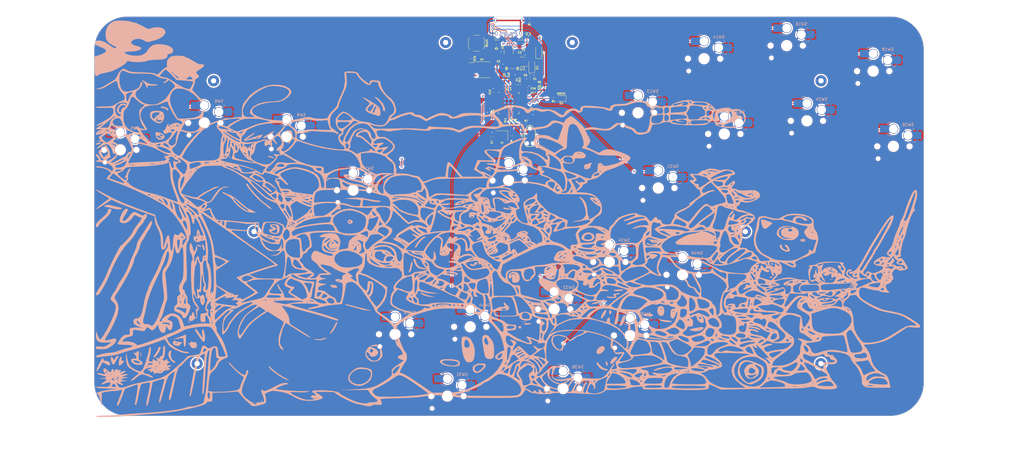
<source format=kicad_pcb>
(kicad_pcb (version 20221018) (generator pcbnew)
  (layers (0 "F.Cu" signal) (31 "B.Cu" signal) (34 "B.Paste" user) (35 "F.Paste" user) (36 "B.SilkS" user "B.Silkscreen") (37 "F.SilkS" user "F.Silkscreen") (38 "B.Mask" user) (39 "F.Mask" user) (44 "Edge.Cuts" user))
  (net 0 "")
  (net 1 "GND")
  (net 2 "START")
  (net 3 "RIGHT")
  (net 4 "DOWN")
  (net 5 "LEFT")
  (net 6 "L")
  (net 7 "M1")
  (net 8 "M2")
  (net 9 "C_UP")
  (net 10 "C_LT")
  (net 11 "A")
  (net 12 "C_DN")
  (net 13 "C_RT")
  (net 14 "UP")
  (net 15 "MS")
  (net 16 "Z")
  (net 17 "LS")
  (net 18 "X")
  (net 19 "Y")
  (net 20 "B")
  (net 21 "R")
  (net 22 "DATA")
  (net 23 "D-")
  (net 24 "D+")
  (net 25 "+5V")
  (net 26 "Net-(D1-A)")
  (net 27 "+3V3")
  (net 28 "+1V1")
  (net 29 "XTAL_IN")
  (net 30 "/XTAL_O")
  (net 31 "PICO_LED")
  (net 32 "Net-(F1-Pad1)")
  (net 33 "Net-(J1-SHIELD)")
  (net 36 "DBUS-")
  (net 37 "DBUS+")
  (net 38 "~{RESET}")
  (net 39 "SWD")
  (net 40 "SWCLK")
  (net 41 "/D_+")
  (net 42 "/D_-")
  (net 43 "XTAL_OUT")
  (net 44 "/~{USB_BOOT}")
  (net 45 "CS")
  (net 46 "Net-(J1-CC2)")
  (net 50 "Net-(J1-CC1)")
  (net 53 "VBUS_SENSE")
  (net 54 "SD3")
  (net 55 "QSPI_CLK")
  (net 56 "SD0")
  (net 57 "SD2")
  (net 58 "SD1")
  (net 61 "3vCable")
  (net 63 "L2")
  (net 64 "Net-(D3-A)")
  (net 67 "M3")
  (net 68 "+3.3V")
  (net 72 "unconnected-(U4-GND-Pad4)")
  (footprint "MountingHole:MountingHole_2.2mm_M2_ISO14580_Pad" (layer "F.Cu") (at 279.275 98.76)
    (fp_text reference "H7" hide)
    (fp_text value "MountingHole")
  )
  (footprint "MountingHole:MountingHole_2.2mm_M2_ISO14580_Pad" (layer "F.Cu") (at 305.06 47.313383 15)
    (fp_text reference "H5" hide)
    (fp_text value "MountingHole")
  )
  (footprint "Button_Switch_SMD:SW_SPST_SKQG_WithStem" (layer "F.Cu") (at 187.61 34.5 -90)
    (fp_text reference "SW1" hide)
    (fp_text value "Boot")
  )
  (footprint "MountingHole:MountingHole_2.2mm_M2_ISO14580_Pad" (layer "F.Cu") (at 111.765 98.76)
    (fp_text reference "H10" hide)
    (fp_text value "MountingHole")
  )
  (footprint "Capacitor_SMD:C_0402_1005Metric" (layer "F.Cu") (at 193.34475 51.196018 90)
    (fp_text reference "C13")
    (fp_text value "100nF")
  )
  (footprint "Resistor_SMD:R_0603_1608Metric" (layer "F.Cu") (at 209.03 49.605 -90)
    (fp_text reference "R5")
    (fp_text value "5.6k")
  )
  (footprint "Package_TO_SOT_SMD:SOT-23-3" (layer "F.Cu") (at 203.3525 40.82 180)
    (fp_text reference "U1")
    (fp_text value "XC6206")
  )
  (footprint "Capacitor_SMD:C_0402_1005Metric" (layer "F.Cu") (at 202.9 38.58 180)
    (fp_text reference "C2")
    (fp_text value "1uF")
  )
  (footprint "Resistor_SMD:R_0603_1608Metric" (layer "F.Cu") (at 210.57 49.6 90)
    (fp_text reference "R6")
    (fp_text value "10k")
  )
  (footprint "Resistor_SMD:R_0402_1005Metric" (layer "F.Cu") (at 213.86 53.36)
    (fp_text reference "R4")
    (fp_text value "10k")
  )
  (footprint "Capacitor_SMD:C_0402_1005Metric" (layer "F.Cu") (at 205.886 57.815893 -45)
    (fp_text reference "C11")
    (fp_text value "100nF")
  )
  (footprint "Resistor_SMD:R_0402_1005Metric" (layer "F.Cu") (at 194.43 35.23 180)
    (fp_text reference "R2")
    (fp_text value "5.1k")
  )
  (footprint "MountingHole:MountingHole_2.2mm_M2_ISO14580_Pad" (layer "F.Cu") (at 92.395 143.8)
    (fp_text reference "H11" hide)
    (fp_text value "MountingHole")
  )
  (footprint "Crystal:Crystal_SMD_3225-4Pin_3.2x2.5mm" (layer "F.Cu") (at 196.294 66.03925 180)
    (fp_text reference "Y1")
    (fp_text value "12MHz")
  )
  (footprint "Capacitor_SMD:C_0402_1005Metric" (layer "F.Cu") (at 192.32875 57.038018 -135)
    (fp_text reference "C15")
    (fp_text value "100nF")
  )
  (footprint "Capacitor_SMD:C_0402_1005Metric" (layer "F.Cu") (at 199.56775 66.055018 90)
    (fp_text reference "C8")
    (fp_text value "22pF")
  )
  (footprint "Fuse:Fuse_1206_3216Metric" (layer "F.Cu") (at 203.71 35.46)
    (fp_text reference "F1")
    (fp_text value "500 mA")
  )
  (footprint "qw-footprints:CUSTOM D_SOD-123" (layer "F.Cu") (at 208.83 37.48 90)
    (fp_text reference "D2")
    (fp_text value "Schottky Diode")
  )
  (footprint "Resistor_SMD:R_0603_1608Metric" (layer "F.Cu") (at 205.695 26.72 180)
    (fp_text reference "R1")
    (fp_text value "1M")
  )
  (footprint "Capacitor_SMD:C_0402_1005Metric" (layer "F.Cu") (at 205.92 45.425 180)
    (fp_text reference "C9")
    (fp_text value "10uF")
  )
  (footprint "Capacitor_SMD:C_0402_1005Metric" (layer "F.Cu") (at 205.92 46.625)
    (fp_text reference "C1")
    (fp_text value "1uF")
  )
  (footprint "LED_SMD:LED_0805_2012Metric" (layer "F.Cu") (at 216.4875 53.35 180)
    (fp_text reference "D3")
    (fp_text value "GREEN")
  )
  (footprint "Capacitor_SMD:C_0402_1005Metric" (layer "F.Cu") (at 201.34575 48.656018 90)
    (fp_text reference "C4")
    (fp_text value "1uF")
  )
  (footprint "Resistor_SMD:R_0402_1005Metric" (layer "F.Cu") (at 197.437 62.48325 90)
    (fp_text reference "R11")
    (fp_text value "1k")
  )
  (footprint "Capacitor_SMD:C_0402_1005Metric" (layer "F.Cu") (at 200.993 62.48325 -90)
    (fp_text reference "C6")
    (fp_text value "100nF")
  )
  (footprint "Capacitor_SMD:C_0402_1005Metric" (layer "F.Cu") (at 205.057 49.91025)
    (fp_text reference "C16")
    (fp_text value "100nF")
  )
  (footprint "Capacitor_SMD:C_0402_1005Metric" (layer "F.Cu") (at 202.36175 48.656018 90)
    (fp_text reference "C12")
    (fp_text value "100nF")
  )
  (footprint "Capacitor_SMD:C_0402_1005Metric" (layer "F.Cu") (at 195.1 41.64)
    (fp_text reference "C3")
    (fp_text value "100nF")
  )
  (footprint "Capacitor_SMD:C_0402_1005Metric" (layer "F.Cu") (at 192.865 66.309018 -90)
    (fp_text reference "C7")
    (fp_text value "22pF")
  )
  (footprint "Resistor_SMD:R_0603_1608Metric" (layer "F.Cu") (at 200.54 43.14 -90)
    (fp_text reference "R9")
    (fp_text value "27")
  )
  (footprint "Resistor_SMD:R_0402_1005Metric" (layer "F.Cu") (at 185.85 39.72 -90)
    (fp_text reference "R10")
    (fp_text value "1k")
  )
  (footprint "MountingHole:MountingHole_2.2mm_M2_ISO14580_Pad" (layer "F.Cu") (at 98 47.313383)
    (fp_text reference "H4" hide)
    (fp_text value "MountingHole")
  )
  (footprint "Resistor_SMD:R_0603_1608Metric" (layer "F.Cu") (at 199.01 43.14 -90)
    (fp_text reference "R8")
    (fp_text value "27")
  )
  (footprint "Capacitor_SMD:C_0402_1005Metric" (layer "F.Cu") (at 198.58 46.86225 90)
    (fp_text reference "C10")
    (fp_text value "1uF")
  )
  (footprint "marbastlib-various:CON_TC2030_outlined" (layer "F.Cu") (at 205.85 66.12 -90)
    (fp_text reference "J2")
    (fp_text value "JTAG_TC2030")
  )
  (footprint "qw-footprints:CUSTOM D_SOD-123" (layer "F.Cu") (at 206.45 42.41 90)
    (fp_text reference "D1")
    (fp_text value "Schottky Diode")
  )
  (footprint "MountingHole:MountingHole_2.2mm_M2_ISO14580_Pad" (layer "F.Cu") (at 304.995 143.8)
    (fp_text reference "H8" hide)
    (fp_text value "MountingHole")
  )
  (footprint "Capacitor_SMD:C_0402_1005Metric" (layer "F.Cu") (at 199.469 62.48325 -90)
    (fp_text reference "C14")
    (fp_text value "100nF")
  )
  (footprint "qw-footprints:RP2040-QFN-56" (layer "F.Cu") (at 198.58 54.895)
    (fp_text reference "U3")
    (fp_text value "RP2040")
  )
  (footprint "Capacitor_SMD:C_0402_1005Metric" (layer "F.Cu") (at 197.056 46.86225 90)
    (fp_text reference "C5")
    (fp_text value "100nF")
  )
  (footprint "MountingHole:MountingHole_2.2mm_M2_ISO14580_Pad" (layer "F.Cu") (at 220.29 34.24)
    (fp_text reference "H9" hide)
    (fp_text value "MountingHole")
  )
  (footprint "MountingHole:MountingHole_2.2mm_M2_ISO14580_Pad" (layer "F.Cu") (at 177.1 34.24)
    (fp_text reference "H6" hide)
    (fp_text value "MountingHole")
  )
  (footprint "Resistor_SMD:R_0402_1005Metric" (layer "F.Cu") (at 204.5 61.93 180)
    (fp_text reference "R7")
    (fp_text value "10k")
  )
  (footprint "Package_TO_SOT_SMD:SOT-23-6" (layer "F.Cu") (at 198.58 37.35 -90)
    (fp_text reference "U2")
    (fp_text value "USBLC6-2SC6")
  )
  (footprint "Capacitor_SMD:C_0402_1005Metric" (layer "F.Cu") (at 205.057 51.43425)
    (fp_text reference "C17")
    (fp_text value "100nF")
  )
  (footprint "Resistor_SMD:R_0402_1005Metric" (layer "F.Cu") (at 205.26 32.57)
    (fp_text reference "R3")
    (fp_text value "5.1k")
  )
  (footprint "qw-footprints:TYPE-C_24P_QCHT" (layer "F.Cu") (at 198.5785 28 180)
    (fp_text reference "J1" hide)
    (fp_text value "USB C Connector")
  )
  (footprint "Package_SO:SOIC-8_5.23x5.23mm_P1.27mm" (layer "F.Cu") (at 189.45 43.55)
    (fp_text reference "U4")
    (fp_text value "W25Q128JVS")
  )
  (footprint "marbastlib-choc:SW_choc_HS_1u" (layer "B.Cu") (at 66.195977 70.872122)
    (fp_text reference "SW5")
    (fp_text value "MX_SW_HS" hide)
  )
  (footprint "marbastlib-choc:SW_choc_HS_1u" (layer "B.Cu") (at 242.687232 58.225127)
    (fp_text reference "SW13")
    (fp_text value "MX_SW_HS" hide)
  )
  (footprint "marbastlib-choc:SW_choc_HS_1u" (layer "B.Cu") (at 249.582967 83.893373)
    (fp_text reference "SW21")
    (fp_text value "MX_SW_HS" hide)
  )
  (footprint "marbastlib-choc:SW_choc_HS_1u" (layer "B.Cu") (at 198.5785 81.326866)
    (fp_text reference "SW2")
    (fp_text value "MX_SW_HS" hide)
  )
  (footprint "marbastlib-choc:SW_choc_HS_1u" (layer "B.Cu") (at 214.076182 125.213438)
    (fp_text reference "SW32")
    (fp_text value "MX_SW_HS" hide)
  )
  (footprint "marbastlib-choc:SW_choc_HS_1u" (layer "B.Cu") (at 94.834109 61.667579)
    (fp_text reference "SW6")
    (fp_text value "MX_SW_HS" hide)
  )
  (footprint "marbastlib-choc:SW_choc_HS_1u" (layer "B.Cu") (at 257.875123 113.477547)
    (fp_text reference "SW40")
    (fp_text value "MX_SW_HS" hide)
  )
  (footprint "marbastlib-choc:SW_choc_HS_1u" (layer "B.Cu") (at 145.551535 84.613063)
    (fp_text reference "SW11")
    (fp_text value "MX_SW_HS" hide)
  )
  (footprint "marbastlib-choc:SW_choc_HS_1u" (layer "B.Cu") (at 265.196859 39.774517)
    (fp_text reference "SW14")
    (fp_text value "MX_SW_HS" hide)
  )
  (footprint "marbastlib-choc:SW_choc_HS_1u" (layer "B.Cu") (at 122.929442 66.373538)
    (fp_text reference "SW9")
    (fp_text value "MX_SW_HS" hide)
  )
  (footprint "marbastlib-choc:SW_choc_HS_1u" (layer "B.Cu") (at 217.147454 152.335835)
    (fp_text reference "SW36")
    (fp_text value "MX_SW_HS" hide)
  )
  (footprint "marbastlib-choc:SW_choc_HS_1u" (layer "B.Cu") (at 177.711303 154.907386)
    (fp_text reference "SW31")
    (fp_text value "MX_SW_HS" hide)
  )
  (footprint "marbastlib-choc:SW_choc_HS_1u" (layer "B.Cu") (at 159.877695 133.803616)
    (fp_text reference "SW28")
    (fp_text value "MX_SW_HS" hide)
  )
  (footprint "marbastlib-choc:SW_choc_HS_1u" (layer "B.Cu") (at 300.251667 60.978545)
    (fp_text reference "SW24")
    (fp_text value "MX_SW_HS" hide)
  )
  (footprint "marbastlib-choc:SW_choc_HS_1u" (layer "B.Cu") (at 322.835568 44.011907)
    (fp_text reference "SW18")
    (fp_text value "MX_SW_HS" hide)
  )
  (footprint "marbastlib-choc:SW_choc_HS_1u" (layer "B.Cu") (at 239.979837 134.231357)
    (fp_text reference "SW39")
    (fp_text value "MX_SW_HS" hide)
  )
  (footprint "marbastlib-choc:SW_choc_HS_1u" (layer "B.Cu") (at 272.092853 65.443729)
    (fp_text reference "SW22")
    (fp_text value "MX_SW_HS" hide)
  )
  (footprint "LOGO" (layer "B.Cu") (at 198.38 94 180)
    (fp_text reference "G***" hide)
    (fp_text value "LOGO" hide)
  )
  (footprint "marbastlib-choc:SW_choc_HS_1u" (layer "B.Cu") (at 329.731562 69.681119)
    (fp_text reference "SW26")
    (fp_text value "MX_SW_HS" hide)
  )
  (footprint "marbastlib-choc:SW_choc_HS_1u" (layer "B.Cu") (at 293.355673 35.309333)
    (fp_text reference "SW16")
    (fp_text value "MX_SW_HS" hide)
  )
  (footprint "marbastlib-choc:SW_choc_HS_1u" (layer "B.Cu") (at 185.478651 131.264304)
    (fp_text reference "SW44")
    (fp_text value "MX_SW_HS" hide)
  )
  (footprint "marbastlib-choc:SW_choc_HS_1u" (layer "B.Cu") (at 232.908565 109.10896)
    (fp_text reference "SW34")
    (fp_text value "MX_SW_HS" hide)
  )
  (gr_line (start 68.61 161.62) (end 328.81 161.62) (stroke (width 0.1)) (layer "Edge.Cuts"))
  (gr_line (start 328.81 25.4) (end 68.61 25.4) (stroke (width 0.1)) (layer "Edge.Cuts"))
  (gr_arc (start 57.36 36.65) (mid 60.655049 28.695049) (end 68.61 25.4) (stroke (width 0.1)) (layer "Edge.Cuts"))
  (gr_arc (start 328.81 25.4) (mid 336.764951 28.695049) (end 340.06 36.65) (stroke (width 0.1)) (layer "Edge.Cuts"))
  (gr_line (start 57.36 36.65) (end 57.36 150.37) (stroke (width 0.1)) (layer "Edge.Cuts"))
  (gr_line (start 340.06 36.65) (end 340.06 150.37) (stroke (width 0.1)) (layer "Edge.Cuts"))
  (gr_arc (start 68.61 161.62) (mid 60.655049 158.324951) (end 57.36 150.37) (stroke (width 0.1)) (layer "Edge.Cuts"))
  (gr_arc (start 340.06 150.37) (mid 336.764951 158.324951) (end 328.81 161.62) (stroke (width 0.1)) (layer "Edge.Cuts"))
  (segment (start 205.44 45.425) (end 205.44 46.625) (width 0.5) (layer "F.Cu") (net 1))
  (segment (start 197.963369 37.32) (end 196.03 37.32) (width 0.2) (layer "F.Cu") (net 1))
  (segment (start 197.58 58.3325) (end 197.58 59.053529) (width 0.2) (layer "F.Cu") (net 1))
  (segment (start 163.424265 129.332431) (end 163.645947 129.554113) (width 0.2) (layer "F.Cu") (net 1))
  (segment (start 201.3285 31.76) (end 201.3785 31.71) (width 0.2) (layer "F.Cu") (net 1))
  (segment (start 197.056 46.38225) (end 198.58 46.38225) (width 0.5) (layer "F.Cu") (net 1))
  (segment (start 192.865 64.912018) (end 192.865 65.829018) (width 0.381) (layer "F.Cu") (net 1))
  (segment (start 199.56775 66.535018) (end 199.56775 67.579018) (width 0.381) (layer "F.Cu") (net 1))
  (segment (start 195.8285 32.92) (end 195.8285 31.76) (width 0.2) (layer "F.Cu") (net 1))
  (segment (start 191.989339 57.377429) (end 191.31275 58.054018) (width 0.381) (layer "F.Cu") (net 1))
  (segment (start 199.56775 66.535018) (end 197.748232 66.535018) (width 0.381) (layer "F.Cu") (net 1))
  (segment (start 205.537 49.91025) (end 205.537 51.43425) (width 0.381) (layer "F.Cu") (net 1))
  (segment (start 198.58 36.2125) (end 198.58 36.703369) (width 0.2) (layer "F.Cu") (net 1))
  (segment (start 203.38 38.58) (end 204.16 38.58) (width 0.5) (layer "F.Cu") (net 1))
  (segment (start 193.34475 50.716018) (end 193.34475 49.926018) (width 0.381) (layer "F.Cu") (net 1))
  (segment (start 201.3285 32.92) (end 201.3285 31.76) (width 0.2) (layer "F.Cu") (net 1))
  (segment (start 205.53675 49.07) (end 205.53675 49.91) (width 0.381) (layer "F.Cu") (net 1))
  (segment (start 206.902 58.831893) (end 206.225411 58.155304) (width 0.2) (layer "F.Cu") (net 1))
  (segment (start 196.03 37.32) (end 196 37.35) (width 0.2) (layer "F.Cu") (net 1))
  (segment (start 204.16 38.58) (end 204.17 38.57) (width 0.5) (layer "F.Cu") (net 1))
  (segment (start 202.36175 48.176018) (end 202.36175 47.259018) (width 0.2) (layer "F.Cu") (net 1))
  (segment (start 195.58 41.64) (end 196.59 41.64) (width 0.5) (layer "F.Cu") (net 1))
  (segment (start 205.44 46.625) (end 204.66 46.625) (width 0.5) (layer "F.Cu") (net 1))
  (segment (start 197.271903 59.797341) (end 193.365425 63.703819) (width 0.2) (layer "F.Cu") (net 1))
  (segment (start 195.8285 31.76) (end 195.7785 31.71) (width 0.2) (layer "F.Cu") (net 1))
  (segment (start 204.66 46.625) (end 204.65 46.635) (width 0.5) (layer "F.Cu") (net 1))
  (segment (start 197.147022 66.88925) (end 195.447022 65.18925) (width 0.254) (layer "F.Cu") (net 1))
  (segment (start 205.215 67.39) (end 204.012739 67.39) (width 0.25) (layer "F.Cu") (net 1))
  (via (at 191.31275 58.054018) (size 0.6) (drill 0.3) (layers "F.Cu" "B.Cu") (net 1))
  (via (at 197.78975 45.735018) (size 0.6) (drill 0.3) (layers "F.Cu" "B.Cu") (net 1))
  (via (at 196 37.35) (size 0.6) (drill 0.3) (layers "F.Cu" "B.Cu") (net 1))
  (via (at 200.20275 63.896018) (size 0.6) (drill 0.3) (layers "F.Cu" "B.Cu") (net 1))
  (via (at 192.865 64.912018) (size 0.6) (drill 0.3) (layers "F.Cu" "B.Cu") (net 1))
  (via (at 199.56775 67.579018) (size 0.6) (drill 0.3) (layers "F.Cu" "B.Cu") (net 1))
  (via (at 204.17 38.57) (size 0.6) (drill 0.3) (layers "F.Cu" "B.Cu") (net 1))
  (via (at 204.012739 67.39) (size 0.6) (drill 0.3) (layers "F.Cu" "B.Cu") (net 1))
  (via (at 196.6 41.63) (size 0.6) (drill 0.3) (layers "F.Cu" "B.Cu") (net 1))
  (via (at 202.36175 47.259018) (size 0.6) (drill 0.3) (layers "F.Cu" "B.Cu") (net 1))
  (via (at 205.53675 49.07) (size 0.6) (drill 0.3) (layers "F.Cu" "B.Cu") (net 1))
  (via (at 207.26 45.475) (size 0.6) (drill 0.3) (layers "F.Cu" "B.Cu") (net 1))
  (via (at 204.65 46.635) (size 0.6) (drill 0.3) (layers "F.Cu" "B.Cu") (net 1))
  (via (at 193.34475 49.926018) (size 0.6) (drill 0.3) (layers "F.Cu" "B.Cu") (net 1))
  (via (at 200.806 45.242893) (size 0.6) (drill 0.3) (layers "F.Cu" "B.Cu") (net 1))
  (via (at 206.902 58.831893) (size 0.6) (drill 0.3) (layers "F.Cu" "B.Cu") (net 1))
  (via (at 198.901 45.242893) (size 0.6) (drill 0.3) (layers "F.Cu" "B.Cu") (net 1))
  (arc (start 197.58 59.053529) (mid 197.499928 59.456077) (end 197.271903 59.797341) (width 0.2) (layer "F.Cu") (net 1))
  (arc (start 192.865 64.912018) (mid 192.995056 64.258116) (end 193.365425 63.703819) (width 0.2) (layer "F.Cu") (net 1))
  (arc (start 197.963369 37.32) (mid 198.399393 37.139393) (end 198.58 36.703369) (width 0.2) (layer "F.Cu") (net 1))
  (segment (start 198.58 53.62) (end 198.58 56.17) (width 0.635) (layer "B.Cu") (net 1))
  (segment (start 199.855 56.17) (end 199.855 53.62) (width 0.635) (layer "B.Cu") (net 1))
  (segment (start 197.605 55.87) (end 199.555 55.87) (width 0.635) (layer "B.Cu") (net 1))
  (segment (start 199.555 55.87) (end 199.855 56.17) (width 0.635) (layer "B.Cu") (net 1))
  (segment (start 197.305 56.17) (end 197.305 53.62) (width 0.635) (layer "B.Cu") (net 1))
  (segment (start 199.855 53.62) (end 197.305 53.62) (width 0.635) (layer "B.Cu") (net 1))
  (segment (start 197.305 56.17) (end 197.605 55.87) (width 0.635) (layer "B.Cu") (net 1))
  (segment (start 199.855 54.895) (end 197.305 54.895) (width 0.635) (layer "B.Cu") (net 1))
  (segment (start 189.73 52.4) (end 189.75 52.4) (width 0.2) (layer "F.Cu") (net 2))
  (segment (start 187.97 108.9) (end 188.083356 80.357009) (width 0.2) (layer "F.Cu") (net 2))
  (segment (start 165.531372 89.507624) (end 165.531372 96.946492) (width 0.2) (layer "F.Cu") (net 2))
  (segment (start 180.48488 111.9) (end 184.97 111.9) (width 0.2) (layer "F.Cu") (net 2))
  (segment (start 189.10843 61.78843) (end 168.460304 82.436556) (width 0.2) (layer "F.Cu") (net 2))
  (segment (start 189.132704 61.764156) (end 189.10843 61.78843) (width 0.2) (layer "F.Cu") (net 2))
  (segment (start 192.731461 52.681859) (end 189.73 52.4) (width 0.2) (layer "F.Cu") (net 2))
  (segment (start 195.1425 52.695) (end 193.011949 52.695) (width 0.2) (layer "F.Cu") (net 2))
  (segment (start 189.729504 61.479605) (end 189.665679 61.54343) (width 0.2) (layer "F.Cu") (net 2))
  (segment (start 193.083316 75.376866) (end 198.5785 75.376866) (width 0.2) (layer "F.Cu") (net 2))
  (segment (start 168.460304 104.01756) (end 173.413812 108.971068) (width 0.2) (layer "F.Cu") (net 2))
  (via (at 189.729504 61.479605) (size 0.6) (drill 0.3) (layers "F.Cu" "B.Cu") (net 2))
  (via (at 189.73 52.4) (size 0.6) (drill 0.3) (layers "F.Cu" "B.Cu") (net 2))
  (arc (start 168.460304 82.436556) (mid 166.292577 85.68079) (end 165.531372 89.507624) (width 0.2) (layer "F.Cu") (net 2))
  (arc (start 165.531372 96.946492) (mid 166.292577 100.773326) (end 168.460304 104.01756) (width 0.2) (layer "F.Cu") (net 2))
  (arc (start 189.665679 61.54343) (mid 189.377191 61.600795) (end 189.132704 61.764156) (width 0.2) (layer "F.Cu") (net 2))
  (arc (start 173.413812 108.971068) (mid 176.658046 111.138796) (end 180.48488 111.9) (width 0.2) (layer "F.Cu") (net 2))
  (arc (start 193.083316 75.376866) (mid 189.55481 76.834319) (end 188.083356 80.357009) (width 0.2) (layer "F.Cu") (net 2))
  (arc (start 184.97 111.9) (mid 187.09132 111.02132) (end 187.97 108.9) (width 0.2) (layer "F.Cu") (net 2))
  (arc (start 193.011949 52.695) (mid 192.871551 52.691713) (end 192.731461 52.681859) (width 0.2) (layer "F.Cu") (net 2))
  (segment (start 189.729504 52.400496) (end 189.729504 61.479605) (width 0.2) (layer "B.Cu") (net 2))
  (segment (start 189.73 52.4) (end 189.729504 52.400496) (width 0.2) (layer "B.Cu") (net 2))
  (segment (start 190.866321 54.373679) (end 171.618679 73.621321) (width 0.2) (layer "F.Cu") (net 3))
  (segment (start 154.886553 76.206553) (end 154.88 76.2) (width 0.2) (layer "F.Cu") (net 3))
  (segment (start 169.497359 74.5) (end 162.997809 74.5) (width 0.2) (layer "F.Cu") (net 3))
  (segment (start 162.13 76.55) (end 162.072893 76.492893) (width 0.2) (layer "F.Cu") (net 3))
  (segment (start 162.13 74.05) (end 162.260025 74.169975) (width 0.2) (layer "F.Cu") (net 3))
  (segment (start 155.015786 76.2) (end 154.88 76.2) (width 0.2) (layer "F.Cu") (net 3))
  (segment (start 162.298554 74.214872) (end 162.13 74.05) (width 0.2) (layer "F.Cu") (net 3))
  (segment (start 195.1425 53.495) (end 192.987641 53.495) (width 0.2) (layer "F.Cu") (net 3))
  (segment (start 161.48 76.206553) (end 154.886553 76.206553) (width 0.2) (layer "F.Cu") (net 3))
  (segment (start 154.88 76.2) (end 149.257239 76.2) (width 0.2) (layer "F.Cu") (net 3))
  (segment (start 147.135918 77.07868) (end 145.551535 78.663063) (width 0.2) (layer "F.Cu") (net 3))
  (via (at 162.13 76.55) (size 0.8) (drill 0.4) (layers "F.Cu" "B.Cu") (net 3))
  (via (at 162.13 74.05) (size 0.8) (drill 0.4) (layers "F.Cu" "B.Cu") (net 3))
  (arc (start 162.298554 74.214872) (mid 162.620233 74.425978) (end 162.997809 74.5) (width 0.2) (layer "F.Cu") (net 3))
  (arc (start 162.072893 76.492893) (mid 161.748469 76.27612) (end 161.365786 76.2) (width 0.2) (layer "F.Cu") (net 3))
  (arc (start 147.135918 77.07868) (mid 148.109188 76.428361) (end 149.257239 76.2) (width 0.2) (layer "F.Cu") (net 3))
  (arc (start 192.987641 53.495) (mid 191.839591 53.723361) (end 190.866321 54.373679) (width 0.2) (layer "F.Cu") (net 3))
  (arc (start 171.618679 73.621321) (mid 170.645409 74.271639) (end 169.497359 74.5) (width 0.2) (layer "F.Cu") (net 3))
  (segment (start 162.13 74.05) (end 162.13 76.55) (width 0.2) (layer "B.Cu") (net 3))
  (segment (start 135.746403 71.89361) (end 135.769328 61.13065) (width 0.2) (layer "F.Cu") (net 4))
  (segment (start 191.032007 54.773679) (end 171.784365 74.021321) (width 0.2) (layer "F.Cu") (net 4))
  (segment (start 130.769339 56.12) (end 128.475621 56.12) (width 0.2) (layer "F.Cu") (net 4))
  (segment (start 195.1425 53.895) (end 193.153327 53.895) (width 0.2) (layer "F.Cu") (net 4))
  (segment (start 169.663045 74.9) (end 138.746397 74.9) (width 0.2) (layer "F.Cu") (net 4))
  (segment (start 126.3543 56.99868) (end 122.929442 60.423538) (width 0.2) (layer "F.Cu") (net 4))
  (arc (start 126.3543 56.99868) (mid 127.32757 56.348361) (end 128.475621 56.12) (width 0.2) (layer "F.Cu") (net 4))
  (arc (start 169.663045 74.9) (mid 170.811095 74.671639) (end 171.784365 74.021321) (width 0.2) (layer "F.Cu") (net 4))
  (arc (start 193.153327 53.895) (mid 192.005277 54.123361) (end 191.032007 54.773679) (width 0.2) (layer "F.Cu") (net 4))
  (arc (start 135.769328 61.13065) (mid 134.308636 57.588233) (end 130.769339 56.12) (width 0.2) (layer "F.Cu") (net 4))
  (arc (start 135.746403 71.89361) (mid 136.622818 74.019061) (end 138.746397 74.9) (width 0.2) (layer "F.Cu") (net 4))
  (segment (start 191.197693 55.173679) (end 171.950051 74.421321) (width 0.2) (layer "F.Cu") (net 5))
  (segment (start 87.07 72.3) (end 87.07 60.711333) (width 0.2) (layer "F.Cu") (net 5))
  (segment (start 169.828731 75.3) (end 90.07 75.3) (width 0.2) (layer "F.Cu") (net 5))
  (segment (start 195.1425 54.295) (end 193.319013 54.295) (width 0.2) (layer "F.Cu") (net 5))
  (segment (start 92.081321 55.711346) (end 94.834109 55.717579) (width 0.2) (layer "F.Cu") (net 5))
  (arc (start 87.07 60.711333) (mid 88.538471 57.171799) (end 92.081321 55.711346) (width 0.2) (layer "F.Cu") (net 5))
  (arc (start 171.950051 74.421321) (mid 170.976781 75.071639) (end 169.828731 75.3) (width 0.2) (layer "F.Cu") (net 5))
  (arc (start 90.07 75.3) (mid 87.94868 74.42132) (end 87.07 72.3) (width 0.2) (layer "F.Cu") (net 5))
  (arc (start 193.319013 54.295) (mid 192.170963 54.523361) (end 191.197693 55.173679) (width 0.2) (layer "F.Cu") (net 5))
  (segment (start 68.298685 62.213752) (end 66.195977 64.922122) (width 0.2) (layer "F.Cu") (net 6))
  (segment (start 195.1425 54.695) (end 193.484699 54.695) (width 0.2) (layer "F.Cu") (net 6))
  (segment (start 191.513502 55.433502) (end 191.503556 55.433502) (width 0.2) (layer "F.Cu") (net 6))
  (segment (start 191.503556 55.433502) (end 172.015737 74.921321) (width 0.2) (layer "F.Cu") (net 6))
  (segment (start 169.894417 75.8) (end 85.186777 75.8) (width 0.2) (layer "F.Cu") (net 6))
  (segment (start 80.186778 70.803224) (end 80.188469 65.281531) (width 0.2) (layer "F.Cu") (net 6))
  (segment (start 75.188469 60.28) (end 72.248131 60.28) (width 0.2) (layer "F.Cu") (net 6))
  (arc (start 85.186777 75.8) (mid 81.652383 74.336674) (end 80.186778 70.803224) (width 0.2) (layer "F.Cu") (net 6))
  (arc (start 72.248131 60.28) (mid 70.049409 60.789385) (end 68.298685 62.213752) (width 0.2) (layer "F.Cu") (net 6))
  (arc (start 172.015737 74.921321) (mid 171.042467 75.571639) (end 169.894417 75.8) (width 0.2) (layer "F.Cu") (net 6))
  (arc (start 193.484699 54.695) (mid 192.336648 54.923362) (end 191.363378 55.57368) (width 0.2) (layer "F.Cu") (net 6))
  (arc (start 80.188469 65.281531) (mid 78.724544 61.745007) (end 75.188469 60.28) (width 0.2) (layer "F.Cu") (net 6))
  (segment (start 191.529065 55.973679) (end 166.060304 81.44244) (width 0.2) (layer "F.Cu") (net 7))
  (segment (start 162.252692 125.478619) (end 159.877695 127.853616) (width 0.2) (layer "F.Cu") (net 7))
  (segment (start 195.1425 55.095) (end 193.650385 55.095) (width 0.2) (layer "F.Cu") (net 7))
  (segment (start 163.131372 88.513508) (end 163.131372 123.357298) (width 0.2) (layer "F.Cu") (net 7))
  (arc (start 193.650385 55.095) (mid 192.502335 55.323361) (end 191.529065 55.973679) (width 0.2) (layer "F.Cu") (net 7))
  (arc (start 166.060304 81.44244) (mid 163.892577 84.686674) (end 163.131372 88.513508) (width 0.2) (layer "F.Cu") (net 7))
  (arc (start 162.252692 125.478619) (mid 162.903011 124.505349) (end 163.131372 123.357298) (width 0.2) (layer "F.Cu") (net 7))
  (segment (start 166.756788 107.562458) (end 166.756788 114.707426) (width 0.2) (layer "F.Cu") (net 8))
  (segment (start 191.694751 56.373679) (end 166.460304 81.608126) (width 0.2) (layer "F.Cu") (net 8))
  (segment (start 176.00868 147.254763) (end 177.711303 148.957386) (width 0.2) (layer "F.Cu") (net 8))
  (segment (start 170.214089 123.054089) (end 172.509053 125.349053) (width 0.2) (layer "F.Cu") (net 8))
  (segment (start 195.1425 55.495) (end 193.816071 55.495) (width 0.2) (layer "F.Cu") (net 8))
  (segment (start 175.13 131.676578) (end 175.13 145.133442) (width 0.2) (layer "F.Cu") (net 8))
  (segment (start 163.531372 88.679194) (end 163.531372 99.775649) (width 0.2) (layer "F.Cu") (net 8))
  (arc (start 163.531372 99.775649) (mid 164.124757 102.758796) (end 165.814574 105.287786) (width 0.2) (layer "F.Cu") (net 8))
  (arc (start 166.756788 114.707426) (mid 167.655311 119.224607) (end 170.214089 123.054089) (width 0.2) (layer "F.Cu") (net 8))
  (arc (start 193.816071 55.495) (mid 192.668021 55.723361) (end 191.694751 56.373679) (width 0.2) (layer "F.Cu") (net 8))
  (arc (start 166.460304 81.608126) (mid 164.292577 84.85236) (end 163.531372 88.679194) (width 0.2) (layer "F.Cu") (net 8))
  (arc (start 175.13 145.133442) (mid 175.358362 146.281493) (end 176.00868 147.254763) (width 0.2) (layer "F.Cu") (net 8))
  (arc (start 165.814574 105.287786) (mid 166.511922 106.331428) (end 166.756788 107.562458) (width 0.2) (layer "F.Cu") (net 8))
  (arc (start 172.509053 125.349053) (mid 174.448838 128.252146) (end 175.13 131.676578) (width 0.2) (layer "F.Cu") (net 8))
  (segment (start 223.425254 103.15896) (end 232.908565 103.15896) (width 0.2) (layer "F.Cu") (net 9))
  (segment (start 186.172136 113.5) (end 186.38 113.500404) (width 0.2) (layer "F.Cu") (net 9))
  (segment (start 209.53 113.86) (end 209.54 113.86) (width 0.2) (layer "F.Cu") (net 9))
  (segment (start 222.63 103.54) (end 222.634656 103.544656) (width 0.2) (layer "F.Cu") (net 9))
  (segment (start 188.538525 60.095591) (end 166.860304 81.773812) (width 0.2) (layer "F.Cu") (net 9))
  (segment (start 166.860304 104.680304) (end 172.751068 110.571068) (width 0.2) (layer "F.Cu") (net 9))
  (segment (start 194.552062 58.924018) (end 191.366952 58.924018) (width 0.2) (layer "F.Cu") (net 9))
  (segment (start 186.38 113.500404) (end 209.222766 113.54479) (width 0.2) (layer "F.Cu") (net 9))
  (segment (start 209.222766 113.54479) (end 209.22479 113.54479) (width 0.2) (layer "F.Cu") (net 9))
  (segment (start 163.931372 88.84488) (end 163.931372 97.609236) (width 0.2) (layer "F.Cu") (net 9))
  (segment (start 209.54 113.86) (end 209.51 113.83) (width 0.2) (layer "F.Cu") (net 9))
  (segment (start 209.22479 113.54479) (end 209.53 113.85) (width 0.2) (layer "F.Cu") (net 9))
  (segment (start 222.63 103.54) (end 222.718147 103.451853) (width 0.2) (layer "F.Cu") (net 9))
  (segment (start 186.379596 113.5) (end 186.38 113.500404) (width 0.2) (layer "F.Cu") (net 9))
  (segment (start 179.822136 113.5) (end 186.379596 113.5) (width 0.2) (layer "F.Cu") (net 9))
  (segment (start 209.53 113.85) (end 209.53 113.86) (width 0.2) (layer "F.Cu") (net 9))
  (via (at 222.63 103.54) (size 0.6) (drill 0.3) (layers "F.Cu" "B.Cu") (net 9))
  (via (at 209.53 113.86) (size 0.6) (drill 0.3) (layers "F.Cu" "B.Cu") (net 9))
  (arc (start 222.718147 103.451853) (mid 223.04257 103.23508) (end 223.425254 103.15896) (width 0.2) (layer "F.Cu") (net 9))
  (arc (start 195.98 58.3325) (mid 195.324814 58.770308) (end 194.552062 58.924018) (width 0.2) (layer "F.Cu") (net 9))
  (arc (start 163.931372 97.609236) (mid 164.692577 101.43607) (end 166.860304 104.680304) (width 0.2) (layer "F.Cu") (net 9))
  (arc (start 191.366952 58.924018) (mid 189.836218 59.2285) (end 188.538525 60.095591) (width 0.2) (layer "F.Cu") (net 9))
  (arc (start 172.751068 110.571068) (mid 175.995302 112.738795) (end 179.822136 113.5) (width 0.2) (layer "F.Cu") (net 9))
  (arc (start 166.860304 81.773812) (mid 164.692576 85.018046) (end 163.931372 88.84488) (width 0.2) (layer "F.Cu") (net 9))
  (segment (start 209.53 113.86) (end 211.097359 113.86) (width 0.2) (layer "B.Cu") (net 9))
  (segment (start 222.63 103.57) (end 222.63 103.54) (width 0.2) (layer "B.Cu") (net 9))
  (segment (start 222.63 103.54) (end 222.66 103.54) (width 0.2) (layer "B.Cu") (net 9))
  (segment (start 213.21868 112.98132) (end 222.63 103.57) (width 0.2) (layer "B.Cu") (net 9))
  (segment (start 222.66 103.54) (end 222.62 103.58) (width 0.2) (layer "B.Cu") (net 9))
  (arc (start 211.097359 113.86) (mid 212.24541 113.631638) (end 213.21868 112.98132) (width 0.2) (layer "B.Cu") (net 9))
  (segment (start 176.46435 112.461636) (end 175.859613 112.211148) (width 0.2) (layer "F.Cu") (net 10))
  (segment (start 164.331372 97.44355) (end 164.331372 89.010566) (width 0.2) (layer "F.Cu") (net 10))
  (segment (start 166.200705 103.269904) (end 165.837052 102.725658) (width 0.2) (layer "F.Cu") (net 10))
  (segment (start 172.916754 110.171068) (end 167.260304 104.514618) (width 0.2) (layer "F.Cu") (net 10))
  (segment (start 174.705686 111.594363) (end 174.161437 111.230709) (width 0.2) (layer "F.Cu") (net 10))
  (segment (start 173.642137 110.832238) (end 173.150011 110.400656) (width 0.2) (layer "F.Cu") (net 10))
  (segment (start 165.83705 83.728459) (end 166.200704 83.184213) (width 0.2) (layer "F.Cu") (net 10))
  (segment (start 164.462269 99.072946) (end 164.376832 98.423987) (width 0.2) (layer "F.Cu") (net 10))
  (segment (start 164.334022 97.770829) (end 164.331372 97.44355) (width 0.2) (layer "F.Cu") (net 10))
  (segment (start 179.00738 113.054583) (end 178.358418 112.969147) (width 0.2) (layer "F.Cu") (net 10))
  (segment (start 166.599175 82.664917) (end 167.030756 82.172793) (width 0.2) (layer "F.Cu") (net 10))
  (segment (start 167.030756 82.172793) (end 167.260304 81.939498) (width 0.2) (layer "F.Cu") (net 10))
  (segment (start 175.272554 111.921643) (end 174.705686 111.594363) (width 0.2) (layer "F.Cu") (net 10))
  (segment (start 164.589967 99.714927) (end 164.462269 99.072946) (width 0.2) (layer "F.Cu") (net 10))
  (segment (start 164.759372 86.106933) (end 164.969775 85.487112) (width 0.2) (layer "F.Cu") (net 10))
  (segment (start 214.214833 119.649134) (end 214.076182 119.263438) (width 0.2) (layer "F.Cu") (net 10))
  (segment (start 165.220269 101.571737) (end 164.96978 100.967004) (width 0.2) (layer "F.Cu") (net 10))
  (segment (start 164.331372 89.010566) (end 164.334007 88.683286) (width 0.2) (layer "F.Cu") (net 10))
  (segment (start 179.660541 113.097392) (end 179.00738 113.054583) (width 0.2) (layer "F.Cu") (net 10))
  (segment (start 191.532638 59.324018) (end 195.804643 59.324018) (width 0.2) (layer "F.Cu") (net 10))
  (segment (start 164.376832 98.423987) (end 164.334022 97.770829) (width 0.2) (layer "F.Cu") (net 10))
  (segment (start 166.200704 83.184213) (end 166.599175 82.664917) (width 0.2) (layer "F.Cu") (net 10))
  (segment (start 179.987822 113.1) (end 179.660541 113.097392) (width 0.2) (layer "F.Cu") (net 10))
  (segment (start 164.462258 87.38117) (end 164.589958 86.739188) (width 0.2) (layer "F.Cu") (net 10))
  (segment (start 174.161437 111.230709) (end 173.642137 110.832238) (width 0.2) (layer "F.Cu") (net 10))
  (segment (start 196.198732 59.137042) (end 196.247216 59.088559) (width 0.2) (layer "F.Cu") (net 10))
  (segment (start 167.260304 81.939498) (end 188.704211 60.495591) (width 0.2) (layer "F.Cu") (net 10))
  (segment (start 214.076182 119.263438) (end 214.206791 116.10669) (width 0.2) (layer "F.Cu") (net 10))
  (segment (start 178.358418 112.969147) (end 177.716433 112.841449) (width 0.2) (layer "F.Cu") (net 10))
  (segment (start 165.837052 102.725658) (end 165.509773 102.158793) (width 0.2) (layer "F.Cu") (net 10))
  (segment (start 164.969775 85.487112) (end 165.220265 84.882379) (width 0.2) (layer "F.Cu") (net 10))
  (segment (start 167.260304 104.514618) (end 167.030755 104.281324) (width 0.2) (layer "F.Cu") (net 10))
  (segment (start 164.759379 100.347182) (end 164.589967 99.714927) (width 0.2) (layer "F.Cu") (net 10))
  (segment (start 166.599175 103.7892) (end 166.200705 103.269904) (width 0.2) (layer "F.Cu") (net 10))
  (segment (start 211.208427 113.1135) (end 186.337822 113.1) (width 0.2) (layer "F.Cu") (net 10))
  (segment (start 164.334007 88.683286) (end 164.376819 88.030129) (width 0.2) (layer "F.Cu") (net 10))
  (segment (start 173.150011 110.400656) (end 172.916754 110.171068) (width 0.2) (layer "F.Cu") (net 10))
  (segment (start 167.030755 104.281324) (end 166.599175 103.7892) (width 0.2) (layer "F.Cu") (net 10))
  (segment (start 175.859613 112.211148) (end 175.272554 111.921643) (width 0.2) (layer "F.Cu") (net 10))
  (segment (start 164.376819 88.030129) (end 164.462258 87.38117) (width 0.2) (layer "F.Cu") (net 10))
  (segment (start 196.38 58.3325) (end 196.38 58.767995) (width 0.2) (layer "F.Cu") (net 10))
  (segment (start 165.50977 84.295323) (end 165.83705 83.728459) (width 0.2) (layer "F.Cu") (net 10))
  (segment (start 186.337822 113.1) (end 179.987822 113.1) (width 0.2) (layer "F.Cu") (net 10))
  (segment (start 165.220265 84.882379) (end 165.50977 84.295323) (width 0.2) (layer "F.Cu") (net 10))
  (segment (start 164.589958 86.739188) (end 164.759372 86.106933) (width 0.2) (layer "F.Cu") (net 10))
  (segment (start 164.96978 100.967004) (end 164.759379 100.347182) (width 0.2) (layer "F.Cu") (net 10))
  (segment (start 177.716433 112.841449) (end 177.084175 112.672037) (width 0.2) (layer "F.Cu") (net 10))
  (segment (start 165.509773 102.158793) (end 165.220269 101.571737) (width 0.2) (layer "F.Cu") (net 10))
  (segment (start 177.084175 112.672037) (end 176.46435 112.461636) (width 0.2) (layer "F.Cu") (net 10))
  (arc (start 214.206791 116.10669) (mid 213.326287 113.990348) (end 211.208427 113.1135) (width 0.2) (layer "F.Cu") (net 10))
  (arc (start 195.804643 59.324018) (mid 195.995984 59.285958) (end 196.158196 59.177572) (width 0.2) (layer "F.Cu") (net 10))
  (arc (start 196.38 58.767995) (mid 196.345491 58.941483) (end 196.247216 59.088559) (width 0.2) (layer "F.Cu") (net 10))
  (arc (start 188.704211 60.495591) (mid 190.001904 59.6285) (end 191.532638 59.324018) (width 0.2) (layer "F.Cu") (net 10))
  (segment (start 179.826227 112.697407) (end 180.153508 112.7) (width 0.2) (layer "F.Cu") (net 11))
  (segment (start 166.999181 103.623511) (end 167.430758 104.115636) (width 0.2) (layer "F.Cu") (net 11))
  (segment (start 166.600724 83.349914) (end 166.23707 83.894158) (width 0.2) (layer "F.Cu") (net 11))
  (segment (start 196.78 58.3325) (end 196.78 58.815084) (width 0.2) (layer "F.Cu") (net 11))
  (segment (start 164.989977 86.90488) (end 164.862276 87.54686) (width 0.2) (layer "F.Cu") (net 11))
  (segment (start 164.731372 97.277864) (end 164.734055 97.605143) (width 0.2) (layer "F.Cu") (net 11))
  (segment (start 196.563825 59.336957) (end 196.442112 59.458662) (width 0.2) (layer "F.Cu") (net 11))
  (segment (start 178.524103 112.56916) (end 179.173065 112.654597) (width 0.2) (layer "F.Cu") (net 11))
  (segment (start 165.909789 84.46102) (end 165.620284 85.048075) (width 0.2) (layer "F.Cu") (net 11))
  (segment (start 166.600714 103.104214) (end 166.999181 103.623511) (width 0.2) (layer "F.Cu") (net 11))
  (segment (start 234.42314 125.55) (end 237.001431 125.55) (width 0.2) (layer "F.Cu") (net 11))
  (segment (start 165.159402 100.181493) (end 165.3698 100.801314) (width 0.2) (layer "F.Cu") (net 11))
  (segment (start 176.025296 111.811157) (end 176.630033 112.061647) (width 0.2) (layer "F.Cu") (net 11))
  (segment (start 220.427467 114.091149) (end 230.968685 124.164795) (width 0.2) (layer "F.Cu") (net 11))
  (segment (start 166.999194 82.830619) (end 166.600724 83.349914) (width 0.2) (layer "F.Cu") (net 11))
  (segment (start 165.369794 85.652806) (end 165.159391 86.272626) (width 0.2) (layer "F.Cu") (net 11))
  (segment (start 176.630033 112.061647) (end 177.249858 112.272049) (width 0.2) (layer "F.Cu") (net 11))
  (segment (start 165.909787 101.993103) (end 166.237063 102.559968) (width 0.2) (layer "F.Cu") (net 11))
  (segment (start 164.862297 98.907257) (end 164.989992 99.549238) (width 0.2) (layer "F.Cu") (net 11))
  (segment (start 167.430758 104.115636) (end 167.660304 104.348932) (width 0.2) (layer "F.Cu") (net 11))
  (segment (start 196.442112 59.458662) (end 196.411552 59.489222) (width 0.2) (layer "F.Cu") (net 11))
  (segment (start 164.776837 88.195817) (end 164.734024 88.848973) (width 0.2) (layer "F.Cu") (net 11))
  (segment (start 216.23 112.7) (end 216.322542 112.7) (width 0.2) (layer "F.Cu") (net 11))
  (segment (start 179.173065 112.654597) (end 179.826227 112.697407) (width 0.2) (layer "F.Cu") (net 11))
  (segment (start 165.3698 100.801314) (end 165.620286 101.406047) (width 0.2) (layer "F.Cu") (net 11))
  (segment (start 164.734055 97.605143) (end 164.776863 98.258299) (width 0.2) (layer "F.Cu") (net 11))
  (segment (start 177.249858 112.272049) (end 177.882117 112.441462) (width 0.2) (layer "F.Cu") (net 11))
  (segment (start 165.159391 86.272626) (end 164.989977 86.90488) (width 0.2) (layer "F.Cu") (net 11))
  (segment (start 166.23707 83.894158) (end 165.909789 84.46102) (width 0.2) (layer "F.Cu") (net 11))
  (segment (start 177.882117 112.441462) (end 178.524103 112.56916) (width 0.2) (layer "F.Cu") (net 11))
  (segment (start 216.23 112.7) (end 216.237039 112.707039) (width 0.2) (layer "F.Cu") (net 11))
  (segment (start 164.776863 98.258299) (end 164.862297 98.907257) (width 0.2) (layer "F.Cu") (net 11))
  (segment (start 164.734024 88.848973) (end 164.731372 89.176252) (width 0.2) (layer "F.Cu") (net 11))
  (segment (start 174.871368 111.194371) (end 175.438236 111.521652) (width 0.2) (layer "F.Cu") (net 11))
  (segment (start 180.153508 112.7) (end 216.23 112.7) (width 0.2) (layer "F.Cu") (net 11))
  (segment (start 167.660304 104.348932) (end 173.08244 109.771068) (width 0.2) (layer "F.Cu") (net 11))
  (segment (start 216.322542 112.7) (end 216.328486 112.705944) (width 0.2) (layer "F.Cu") (net 11))
  (segment (start 167.660304 82.105184) (end 167.430775 82.338497) (width 0.2) (layer "F.Cu") (net 11))
  (segment (start 164.989992 99.549238) (end 165.159402 100.181493) (width 0.2) (layer "F.Cu") (net 11))
  (segment (start 175.438236 111.521652) (end 176.025296 111.811157) (width 0.2) (layer "F.Cu") (net 11))
  (segment (start 164.731372 89.176252) (end 164.731372 97.277864) (width 0.2) (layer "F.Cu") (net 11))
  (segment (start 167.430775 82.338497) (end 166.999194 82.830619) (width 0.2) (layer "F.Cu") (net 11))
  (segment (start 173.315693 110.000661) (end 173.807819 110.432244) (width 0.2) (layer "F.Cu") (net 11))
  (segment (start 195.845866 59.723537) (end 191.698805 59.723537) (width 0.2) (layer "F.Cu") (net 11))
  (segment (start 173.807819 110.432244) (end 174.327119 110.830716) (width 0.2) (layer "F.Cu") (net 11))
  (segment (start 188.870378 60.89511) (end 167.660304 82.105184) (width 0.2) (layer "F.Cu") (net 11))
  (segment (start 173.08244 109.771068) (end 173.315693 110.000661) (width 0.2) (layer "F.Cu") (net 11))
  (segment (start 216.328486 112.705944) (end 216.973012 112.705944) (width 0.2) (layer "F.Cu") (net 11))
  (segment (start 165.620286 101.406047) (end 165.909787 101.993103) (width 0.2) (layer "F.Cu") (net 11))
  (segment (start 164.862276 87.54686) (end 164.776837 88.195817) (width 0.2) (layer "F.Cu") (net 11))
  (segment (start 166.237063 102.559968) (end 166.600714 103.104214) (width 0.2) (layer "F.Cu") (net 11))
  (segment (start 174.327119 110.830716) (end 174.871368 111.194371) (width 0.2) (layer "F.Cu") (net 11))
  (segment (start 165.620284 85.048075) (end 165.369794 85.652806) (width 0.2) (layer "F.Cu") (net 11))
  (arc (start 196.411552 59.489222) (mid 196.152013 59.662641) (end 195.845866 59.723537) (width 0.2) (layer "F.Cu") (net 11))
  (arc (start 230.968685 124.164795) (mid 232.562223 125.190796) (end 234.42314 125.55) (width 0.2) (layer "F.Cu") (net 11))
  (arc (start 237.001431 125.55) (mid 239.205523 126.462965) (end 240.118488 128.667053) (width 0.2) (layer "F.Cu") (net 11))
  (arc (start 220.427467 114.091149) (mid 218.833929 113.065148) (end 216.973012 112.705944) (width 0.2) (layer "F.Cu") (net 11))
  (arc (start 196.78 58.815084) (mid 196.723818 59.097521) (end 196.563825 59.336957) (width 0.2) (layer "F.Cu") (net 11))
  (arc (start 191.698805 59.723537) (mid 190.168071 60.028019) (end 188.870378 60.89511) (width 0.2) (layer "F.Cu") (net 11))
  (segment (start 180.319194 112.3) (end 186.669194 112.3) (width 0.2) (layer "F.Cu") (net 12))
  (segment (start 197.18 58.3325) (end 197.18 58.900726) (width 0.2) (layer "F.Cu") (net 12))
  (segment (start 222.850748 114.920748) (end 230.89 122.83) (width 0.2) (layer "F.Cu") (net 12))
  (segment (start 165.131372 89.341938) (end 165.131372 97.112178) (width 0.2) (layer "F.Cu") (net 12))
  (segment (start 186.669194 112.3) (end 216.523702 112.3) (width 0.2) (layer "F.Cu") (net 12))
  (segment (start 189.036544 61.29463) (end 168.060304 82.27087) (width 0.2) (layer "F.Cu") (net 12))
  (segment (start 217.286105 136.906105) (end 217.147454 137.044756) (width 0.2) (layer "F.Cu") (net 12))
  (segment (start 196.907726 59.558054) (end 196.635616 59.830164) (width 0.2) (layer "F.Cu") (net 12))
  (segment (start 230.89 122.83) (end 230.765534 122.835534) (width 0.2) (layer "F.Cu") (net 12))
  (segment (start 195.928509 60.123057) (end 191.864971 60.123057) (width 0.2) (layer "F.Cu") (net 12))
  (segment (start 168.060304 104.183246) (end 173.248126 109.371068) (width 0.2) (layer "F.Cu") (net 12))
  (segment (start 217.147454 137.044756) (end 217.147454 146.385835) (width 0.2) (layer "F.Cu") (net 12))
  (via (at 217.286105 136.906105) (size 0.6) (drill 0.3) (layers "F.Cu" "B.Cu") (net 12))
  (via (at 230.89 122.83) (size 0.6) (drill 0.3) (layers "F.Cu" "B.Cu") (net 12))
  (arc (start 191.864971 60.123057) (mid 190.334237 60.427539) (end 189.036544 61.29463) (width 0.2) (layer "F.Cu") (net 12))
  (arc (start 216.523702 112.3) (mid 219.947875 112.98111) (end 222.850748 114.920748) (width 0.2) (layer "F.Cu") (net 12))
  (arc (start 196.635616 59.830164) (mid 196.311192 60.046937) (end 195.928509 60.123057) (width 0.2) (layer "F.Cu") (net 12))
  (arc (start 173.248126 109.371068) (mid 176.49236 111.538796) (end 180.319194 112.3) (width 0.2) (layer "F.Cu") (net 12))
  (arc (start 168.060304 82.27087) (mid 165.892576 85.515104) (end 165.131372 89.341938) (width 0.2) (layer "F.Cu") (net 12))
  (arc (start 197.18 58.900726) (mid 197.109238 59.256469) (end 196.907726 59.558054) (width 0.2) (layer "F.Cu") (net 12))
  (arc (start 165.131372 97.112178) (mid 165.892576 100.939012) (end 168.060304 104.183246) (width 0.2) (layer "F.Cu") (net 12))
  (segment (start 217.286105 136.906105) (end 230.89 122.83) (width 0.2) (layer "B.Cu") (net 12))
  (segment (start 229.816349 84.939783) (end 229.852385 90.465474) (width 0.2) (layer "F.Cu") (net 13))
  (segment (start 233.411178 95.246873) (end 244.104763 95.246873) (width 0.2) (layer "F.Cu") (net 13))
  (segment (start 230.731065 93.809401) (end 231.289858 94.368194) (width 0.2) (layer "F.Cu") (net 13))
  (segment (start 207.797447 62.105456) (end 229.230604 83.538612) (width 0.2) (layer "F.Cu") (net 13))
  (segment (start 204.2976 59.918589) (end 205.556101 61.17709) (width 0.2) (layer "F.Cu") (net 13))
  (segment (start 201.382546 59.324018) (end 202.862178 59.324018) (width 0.2) (layer "F.Cu") (net 13))
  (segment (start 200.78 58.3325) (end 200.78 58.721472) (width 0.2) (layer "F.Cu") (net 13))
  (segment (start 200.955736 59.145736) (end 200.958282 59.148282) (width 0.2) (layer "F.Cu") (net 13))
  (segment (start 246.226084 96.125553) (end 257.875123 107.527547) (width 0.2) (layer "F.Cu") (net 13))
  (segment (start 229.852385 90.465474) (end 229.852385 91.68808) (width 0.2) (layer "F.Cu") (net 13))
  (arc (start 229.230604 83.538612) (mid 229.661645 84.181438) (end 229.816349 84.939783) (width 0.2) (layer "F.Cu") (net 13))
  (arc (start 200.78 58.721472) (mid 200.825672 58.951082) (end 200.955736 59.145736) (width 0.2) (layer "F.Cu") (net 13))
  (arc (start 200.958282 59.148282) (mid 201.152936 59.278346) (end 201.382546 59.324018) (width 0.2) (layer "F.Cu") (net 13))
  (arc (start 246.226084 96.125553) (mid 245.252814 95.475234) (end 244.104763 95.246873) (width 0.2) (layer "F.Cu") (net 13))
  (arc (start 233.411178 95.246873) (mid 232.263128 95.018512) (end 231.289858 94.368194) (width 0.2) (layer "F.Cu") (net 13))
  (arc (start 230.731065 93.809401) (mid 230.080746 92.836131) (end 229.852385 91.68808) (width 0.2) (layer "F.Cu") (net 13))
  (arc (start 207.09034 61.812563) (mid 207.473024 61.888683) (end 207.797447 62.105456) (width 0.2) (layer "F.Cu") (net 13))
  (arc (start 202.862178 59.324018) (mid 203.639023 59.478542) (end 204.2976 59.918589) (width 0.2) (layer "F.Cu") (net 13))
  (arc (start 205.556101 61.17709) (mid 206.259984 61.647409) (end 207.09034 61.812563) (width 0.2) (layer "F.Cu") (net 13))
  (segment (start 239.692508 94.165171) (end 316.057632 94.19908) (width 0.2) (layer "F.Cu") (net 14))
  (segment (start 326.870712 63.730712) (end 329.731562 63.731119) (width 0.2) (layer "F.Cu") (net 14))
  (segment (start 239.692508 94.165171) (end 233.342508 94.165171) (width 0.2) (layer "F.Cu") (net 14))
  (segment (start 230.34384 84.914587) (end 230.34384 91.165172) (width 0.2) (layer "F.Cu") (net 14))
  (segment (start 319.595386 92.734614) (end 320.991321 91.338679) (width 0.2) (layer "F.Cu") (net 14))
  (segment (start 201.18 58.3325) (end 201.185732 58.338232) (width 0.2) (layer "F.Cu") (net 14))
  (segment (start 207.963107 61.70543) (end 229.758053 83.500373) (width 0.2) (layer "F.Cu") (net 14))
  (segment (start 321.87 89.217359) (end 321.87 68.730712) (width 0.2) (layer "F.Cu") (net 14))
  (segment (start 202.599945 58.924018) (end 202.727705 58.924018) (width 0.2) (layer "F.Cu") (net 14))
  (segment (start 204.675525 59.73083) (end 205.721763 60.777067) (width 0.2) (layer "F.Cu") (net 14))
  (arc (start 201.185732 58.338232) (mid 201.834578 58.771777) (end 202.599945 58.924018) (width 0.2) (layer "F.Cu") (net 14))
  (arc (start 207.256026 61.412563) (mid 207.638724 61.488682) (end 207.963107 61.70543) (width 0.2) (layer "F.Cu") (net 14))
  (arc (start 321.87 89.217359) (mid 321.641639 90.365409) (end 320.991321 91.338679) (width 0.2) (layer "F.Cu") (net 14))
  (arc (start 233.342508 94.165171) (mid 231.222049 93.286021) (end 230.34384 91.165172) (width 0.2) (layer "F.Cu") (net 14))
  (arc (start 205.721763 60.777067) (mid 206.42567 61.247403) (end 207.256026 61.412563) (width 0.2) (layer "F.Cu") (net 14))
  (arc (start 202.727705 58.924018) (mid 203.781857 59.133701) (end 204.675525 59.73083) (width 0.2) (layer "F.Cu") (net 14))
  (arc (start 321.87 68.730712) (mid 323.334718 65.194926) (end 326.870712 63.730712) (width 0.2) (layer "F.Cu") (net 14))
  (arc (start 229.758053 83.500373) (mid 230.191599 84.14922) (end 230.34384 84.914587) (width 0.2) (layer "F.Cu") (net 14))
  (arc (start 319.595386 92.734614) (mid 317.972244 93.818902) (end 316.057632 94.19908) (width 0.2) (layer "F.Cu") (net 14))
  (segment (start 230.294213 83.470848) (end 208.128835 61.305472) (width 0.2) (layer "F.Cu") (net 15))
  (segment (start 202.217194 57.495) (end 202.0175 57.495) (width 0.2) (layer "F.Cu") (net 15))
  (segment (start 311.106616 68.671999) (end 284.348976 90.849177) (width 0.2) (layer "F.Cu") (net 15))
  (segment (start 276.719243 93.6) (end 233.88 93.6) (width 0.2) (layer "F.Cu") (net 15))
  (segment (start 312.192227 66.362213) (end 312.192227 43.10226) (width 0.2) (layer "F.Cu") (net 15))
  (segment (start 230.88 90.6) (end 230.88 84.885062) (width 0.2) (layer "F.Cu") (net 15))
  (segment (start 205.88743 60.37705) (end 203.56271 58.052331) (width 0.2) (layer "F.Cu") (net 15))
  (segment (start 317.156588 38.102387) (end 322.835568 38.061907) (width 0.2) (layer "F.Cu") (net 15))
  (arc (start 284.348976 90.849177) (mid 280.774482 92.89129) (end 276.719243 93.6) (width 0.2) (layer "F.Cu") (net 15))
  (arc (start 230.88 84.885062) (mid 230.727759 84.119695) (end 230.294213 83.470848) (width 0.2) (layer "F.Cu") (net 15))
  (arc (start 311.106616 68.671999) (mid 311.907293 67.638307) (end 312.192227 66.362213) (width 0.2) (layer "F.Cu") (net 15))
  (arc (start 208.128835 61.305472) (mid 207.804398 61.088689) (end 207.421712 61.012563) (width 0.2) (layer "F.Cu") (net 15))
  (arc (start 207.421712 61.012563) (mid 206.591357 60.847398) (end 205.88743 60.37705) (width 0.2) (layer "F.Cu") (net 15))
  (arc (start 312.192227 43.10226) (mid 313.644115 39.579349) (end 317.156588 38.102387) (width 0.2) (layer "F.Cu") (net 15))
  (arc (start 233.88 93.6) (mid 231.75868 92.72132) (end 230.88 90.6) (width 0.2) (layer "F.Cu") (net 15))
  (arc (start 203.56271 58.052331) (mid 202.945382 57.639846) (end 202.217194 57.495) (width 0.2) (layer "F.Cu") (net 15))
  (segment (start 234.181614 92.917963) (end 275.956421 92.917963) (width 0.2) (layer "F.Cu") (net 16))
  (segment (start 203.722471 57.646406) (end 206.053123 59.977057) (width 0.2) (layer "F.Cu") (net 16))
  (segment (start 234.18 92.916349) (end 234.181614 92.917963) (width 0.2) (layer "F.Cu") (net 16))
  (segment (start 202.0175 57.095) (end 202.391258 57.095) (width 0.2) (layer "F.Cu") (net 16))
  (segment (start 208.294489 60.90544) (end 230.74386 83.354811) (width 0.2) (layer "F.Cu") (net 16))
  (segment (start 231.28 84.649168) (end 231.28 89.918018) (width 0.2) (layer "F.Cu") (net 16))
  (segment (start 290.516437 81.775317) (end 290.516437 59.988785) (width 0.2) (layer "F.Cu") (net 16))
  (segment (start 295.558606 54.988963) (end 300.251667 55.028545) (width 0.2) (layer "F.Cu") (net 16))
  (segment (start 283.935334 89.608943) (end 289.639593 83.8948) (width 0.2) (layer "F.Cu") (net 16))
  (arc (start 202.391258 57.095) (mid 203.111705 57.238306) (end 203.722471 57.646406) (width 0.2) (layer "F.Cu") (net 16))
  (arc (start 290.516437 59.988785) (mid 291.995844 56.438373) (end 295.558606 54.988963) (width 0.2) (layer "F.Cu") (net 16))
  (arc (start 234.261928 92.917963) (mid 232.1523 92.032939) (end 231.28 89.918018) (width 0.2) (layer "F.Cu") (net 16))
  (arc (start 206.053123 59.977057) (mid 206.757043 60.4474) (end 207.587398 60.612563) (width 0.2) (layer "F.Cu") (net 16))
  (arc (start 230.74386 83.354811) (mid 231.140662 83.948667) (end 231.28 84.649168) (width 0.2) (layer "F.Cu") (net 16))
  (arc (start 275.956421 92.917963) (mid 280.275352 92.057903) (end 283.935334 89.608943) (width 0.2) (layer "F.Cu") (net 16))
  (arc (start 207.587398 60.612563) (mid 207.970083 60.688679) (end 208.294489 60.90544) (width 0.2) (layer "F.Cu") (net 16))
  (arc (start 290.516437 81.775317) (mid 290.288572 82.922167) (end 289.639593 83.8948) (width 0.2) (layer "F.Cu") (net 16))
  (segment (start 288.889072 29.369096) (end 293.355673 29.359333) (width 0.2) (layer "F.Cu") (net 17))
  (segment (start 248.57 92.487293) (end 257.858526 92.487293) (width 0.2) (layer "F.Cu") (net 17))
  (segment (start 241.160256 92.469727) (end 234.810256 92.469727) (width 0.2) (layer "F.Cu") (net 17))
  (segment (start 202.0175 56.695) (end 202.508324 56.695) (width 0.2) (layer "F.Cu") (net 17))
  (segment (start 208.52909 60.574355) (end 231.231581 83.276845) (width 0.2) (layer "F.Cu") (net 17))
  (segment (start 248.911505 92.488103) (end 248.57 92.487293) (width 0.2) (layer "F.Cu") (net 17))
  (segment (start 207.553173 60.212563) (end 207.655645 60.212563) (width 0.2) (layer "F.Cu") (net 17))
  (segment (start 283.9 69.848932) (end 283.9 34.369084) (width 0.2) (layer "F.Cu") (net 17))
  (segment (start 231.817368 84.691059) (end 231.817368 89.469736) (width 0.2) (layer "F.Cu") (net 17))
  (segment (start 203.922537 57.280786) (end 206.36015 59.718398) (width 0.2) (layer "F.Cu") (net 17))
  (segment (start 267.203537 88.616463) (end 282.435534 73.384466) (width 0.2) (layer "F.Cu") (net 17))
  (segment (start 248.57 92.487293) (end 241.160256 92.469727) (width 0.2) (layer "F.Cu") (net 17))
  (arc (start 206.36015 59.718398) (mid 206.907514 60.084134) (end 207.553173 60.212563) (width 0.2) (layer "F.Cu") (net 17))
  (arc (start 257.858526 92.487293) (mid 262.916009 91.481297) (end 267.203537 88.616463) (width 0.2) (layer "F.Cu") (net 17))
  (arc (start 234.810256 92.469727) (mid 232.693535 91.58854) (end 231.817368 89.469736) (width 0.2) (layer "F.Cu") (net 17))
  (arc (start 282.435534 73.384466) (mid 283.519398 71.762349) (end 283.9 69.848932) (width 0.2) (layer "F.Cu") (net 17))
  (arc (start 231.231581 83.276845) (mid 231.665127 83.925692) (end 231.817368 84.691059) (width 0.2) (layer "F.Cu") (net 17))
  (arc (start 202.508324 56.695) (mid 203.273691 56.847241) (end 203.922537 57.280786) (width 0.2) (layer "F.Cu") (net 17))
  (arc (start 283.9 34.369084) (mid 285.360605 30.837416) (end 288.889072 29.369096) (width 0.2) (layer "F.Cu") (net 17))
  (arc (start 207.655645 60.212563) (mid 208.12835 60.30659) (end 208.52909 60.574355) (width 0.2) (layer "F.Cu") (net 17))
  (segment (start 202.0175 56.295) (end 202.67401 56.295) (width 0.2) (layer "F.Cu") (net 18))
  (segment (start 239.645547 74.818871) (end 239.742346 74.818871) (width 0.2) (layer "F.Cu") (net 18))
  (segment (start 207.434214 59.812563) (end 207.616459 59.812563) (width 0.2) (layer "F.Cu") (net 18))
  (segment (start 230.94478 74.828423) (end 224.59478 74.828423) (width 0.2) (layer "F.Cu") (net 18))
  (segment (start 204.088224 56.880787) (end 206.727107 59.51967) (width 0.2) (layer "F.Cu") (net 18))
  (segment (start 230.94478 74.828423) (end 239.645547 74.818871) (width 0.2) (layer "F.Cu") (net 18))
  (segment (start 243.425592 73.354408) (end 243.53 73.25) (width 0.2) (layer "F.Cu") (net 18))
  (segment (start 272.092853 59.493729) (end 258.979524 59.879425) (width 0.2) (layer "F.Cu") (net 18))
  (segment (start 255.44516 61.342722) (end 243.53 73.25) (width 0.2) (layer "F.Cu") (net 18))
  (segment (start 208.839644 60.319223) (end 222.470167 73.949745) (width 0.2) (layer "F.Cu") (net 18))
  (arc (start 206.727107 59.51967) (mid 207.05153 59.736443) (end 207.434214 59.812563) (width 0.2) (layer "F.Cu") (net 18))
  (arc (start 208.839644 60.319223) (mid 208.278442 59.94424) (end 207.616459 59.812563) (width 0.2) (layer "F.Cu") (net 18))
  (arc (start 222.470167 73.949745) (mid 223.444958 74.600693) (end 224.59478 74.828423) (width 0.2) (layer "F.Cu") (net 18))
  (arc (start 239.742346 74.818871) (mid 241.792233 74.411123) (end 243.53 73.25) (width 0.2) (layer "F.Cu") (net 18))
  (arc (start 204.088224 56.880787) (mid 203.439377 56.447241) (end 202.67401 56.295) (width 0.2) (layer "F.Cu") (net 18))
  (arc (start 258.979524 59.879425) (mid 257.066871 60.259711) (end 255.44516 61.342722) (width 0.2) (layer "F.Cu") (net 18))
  (segment (start 242.470391 72.509609) (end 253.571321 61.408679) (width 0.2) (layer "F.Cu") (net 19))
  (segment (start 205.260074 56.173967) (end 222.62153 73.535424) (width 0.2) (layer "F.Cu") (net 19))
  (segment (start 202.0175 55.495) (end 203.620902 55.495) (width 0.2) (layer "F.Cu") (net 19))
  (segment (start 224.742851 74.414104) (end 237.872533 74.414104) (width 0.2) (layer "F.Cu") (net 19))
  (segment (start 259.485783 33.824517) (end 265.196859 33.824517) (width 0.2) (layer "F.Cu") (net 19))
  (segment (start 254.45 59.287359) (end 254.485791 38.815775) (width 0.2) (layer "F.Cu") (net 19))
  (arc (start 253.571321 61.408679) (mid 254.221639 60.435409) (end 254.45 59.287359) (width 0.2) (layer "F.Cu") (net 19))
  (arc (start 254.485791 38.815775) (mid 255.953341 35.285894) (end 259.485783 33.824517) (width 0.2) (layer "F.Cu") (net 19))
  (arc (start 237.872533 74.414104) (mid 240.360876 73.919142) (end 242.470391 72.509609) (width 0.2) (layer "F.Cu") (net 19))
  (arc (start 222.62153 73.535424) (mid 223.5948 74.185743) (end 224.742851 74.414104) (width 0.2) (layer "F.Cu") (net 19))
  (arc (start 203.620902 55.495) (mid 204.508015 55.671458) (end 205.260074 56.173967) (width 0.2) (layer "F.Cu") (net 19))
  (segment (start 205.115 53.895) (end 208.2425 53.9725) (width 0.2) (layer "F.Cu") (net 20))
  (segment (start 241.349069 78.329069) (end 250.721618 78.329069) (width 0.2) (layer "F.Cu") (net 20))
  (segment (start 241.28 78.26) (end 241.349069 78.329069) (width 0.2) (layer "F.Cu") (net 20))
  (segment (start 202.0175 53.895) (end 202.38578 53.895) (width 0.2) (layer "F.Cu") (net 20))
  (segment (start 208.5175 54.2575) (end 208.5275 54.2575) (width 0.2) (layer "F.Cu") (net 20))
  (segment (start 202.0175 53.895) (end 205.115 53.895) (width 0.2) (layer "F.Cu") (net 20))
  (segment (start 208.5175 54.2475) (end 208.5175 54.2575) (width 0.2) (layer "F.Cu") (net 20))
  (segment (start 208.5275 54.2575) (end 208.4675 54.1975) (width 0.2) (layer "F.Cu") (net 20))
  (segment (start 208.2425 53.9725) (end 208.5175 54.2475) (width 0.2) (layer "F.Cu") (net 20))
  (via (at 241.28 78.26) (size 0.6) (drill 0.3) (layers "F.Cu" "B.Cu") (net 20))
  (via (at 208.5175 54.2575) (size 0.6) (drill 0.3) (layers "F.Cu" "B.Cu") (net 20))
  (segment (start 241.28 78.32) (end 241.22 78.26) (width 0.2) (layer "B.Cu") (net 20))
  (segment (start 220.068932 57.108932) (end 241.22 78.26) (width 0.2) (layer "B.Cu") (net 20))
  (segment (start 241.22 78.26) (end 241.28 78.26) (width 0.2) (layer "B.Cu") (net 20))
  (segment (start 241.28 78.26) (end 241.28 78.32) (width 0.2) (layer "B.Cu") (net 20))
  (segment (start 211.147107 55.644466) (end 216.533398 55.644466) (width 0.2) (layer "B.Cu") (net 20))
  (segment (start 208.5175 54.2575) (end 209.025787 54.765787) (width 0.2) (layer "B.Cu") (net 20))
  (arc (start 209.025787 54.765787) (mid 209.999057 55.416105) (end 211.147107 55.644466) (width 0.2) (layer "B.Cu") (net 20))
  (arc (start 220.068932 57.108932) (mid 218.446815 56.025068) (end 216.533398 55.644466) (width 0.2) (layer "B.Cu") (net 20))
  (segment (start 207.9 53.520673) (end 208.044805 53.522329) (width 0.2) (layer "F.Cu") (net 21))
  (segment (start 210.669097 52.510903) (end 212.406994 50.773006) (width 0.2) (layer "F.Cu") (net 21))
  (segment (start 205.655 53.495) (end 207.9 53.520673) (width 0.2) (layer "F.Cu") (net 21))
  (segment (start 202.0175 53.495) (end 205.655 53.495) (width 0.2) (layer "F.Cu") (net 21))
  (segment (start 240.876571 50.464466) (end 242.687232 52.275127) (width 0.2) (layer "F.Cu") (net 21))
  (segment (start 207.9 53.520673) (end 208.231297 53.520673) (width 0.2) (layer "F.Cu") (net 21))
  (segment (start 216.687409 49) (end 237.341037 49) (width 0.2) (layer "F.Cu") (net 21))
  (arc (start 210.669097 52.510903) (mid 209.550625 53.258242) (end 208.231297 53.520673) (width 0.2) (layer "F.Cu") (net 21))
  (arc (start 237.341037 49) (mid 239.254454 49.380602) (end 240.876571 50.464466) (width 0.2) (layer "F.Cu") (net 21))
  (arc (start 212.406994 50.773006) (mid 214.370865 49.460789) (end 216.687409 49) (width 0.2) (layer "F.Cu") (net 21))
  (segment (start 195.125786 34.42) (end 194.254214 34.42) (width 0.25) (layer "F.Cu") (net 22))
  (segment (start 203.986127 52.908873) (end 203.928873 52.966127) (width 0.2) (layer "F.Cu") (net 22))
  (segment (start 203.617746 53.095) (end 202.0175 53.095) (width 0.2) (layer "F.Cu") (net 22))
  (segment (start 196.035607 33.924393) (end 195.832893 34.127107) (width 0.25) (layer "F.Cu") (net 22))
  (segment (start 193.547107 34.127107) (end 193.392893 33.972893) (width 0.25) (layer "F.Cu") (net 22))
  (segment (start 205.67 52.78) (end 204.297254 52.78) (width 0.2) (layer "F.Cu") (net 22))
  (segment (start 193.1 33.265786) (end 193.1 29.74) (width 0.25) (layer "F.Cu") (net 22))
  (segment (start 196.3285 32.92) (end 196.3285 33.217286) (width 0.25) (layer "F.Cu") (net 22))
  (via (at 205.67 52.78) (size 0.6) (drill 0.3) (layers "F.Cu" "B.Cu") (net 22))
  (via (at 193.1 29.74) (size 0.8) (drill 0.4) (layers "F.Cu" "B.Cu") (net 22))
  (arc (start 196.035607 33.924393) (mid 196.25238 33.59997) (end 196.3285 33.217286) (width 0.25) (layer "F.Cu") (net 22))
  (arc (start 194.254214 34.42) (mid 193.871531 34.34388) (end 193.547107 34.127107) (width 0.25) (layer "F.Cu") (net 22))
  (arc (start 195.832893 34.127107) (mid 195.50847 34.34388) (end 195.125786 34.42) (width 0.25) (layer "F.Cu") (net 22))
  (arc (start 204.297254 52.78) (mid 204.128873 52.813493) (end 203.986127 52.908873) (width 0.2) (layer "F.Cu") (net 22))
  (arc (start 193.392893 33.972893) (mid 193.17612 33.64847) (end 193.1 33.265786) (width 0.25) (layer "F.Cu") (net 22))
  (arc (start 203.928873 52.966127) (mid 203.786127 53.061507) (end 203.617746 53.095) (width 0.2) (layer "F.Cu") (net 22))
  (segment (start 200.9785 30.4215) (end 201.317107 30.082893) (width 0.25) (layer "B.Cu") (net 22))
  (segment (start 200.589893 30.032893) (end 200.9785 30.4215) (width 0.25) (layer "B.Cu") (net 22))
  (segment (start 206.578679 30.668679) (end 209.837486 33.927486) (width 0.25) (layer "B.Cu") (net 22))
  (segment (start 210.161321 50.448679) (end 209.659599 50.950401) (width 0.25) (layer "B.Cu") (net 22))
  (segment (start 211.04 36.830612) (end 211.04 48.327359) (width 0.25) (layer "B.Cu") (net 22))
  (segment (start 193.1 29.74) (end 199.882786 29.74) (width 0.25) (layer "B.Cu") (net 22))
  (segment (start 206.208241 52.38) (end 205.67 52.78) (width 0.25) (layer "B.Cu") (net 22))
  (segment (start 202.024214 29.79) (end 204.457359 29.79) (width 0.25) (layer "B.Cu") (net 22))
  (segment (start 200.9785 31.01) (end 200.9785 30.4215) (width 0.25) (layer "B.Cu") (net 22))
  (arc (start 199.882786 29.74) (mid 200.265469 29.81612) (end 200.589893 30.032893) (width 0.25) (layer "B.Cu") (net 22))
  (arc (start 209.659599 50.950401) (mid 208.076102 52.00846) (end 206.208241 52.38) (width 0.25) (layer "B.Cu") (net 22))
  (arc (start 209.837486 33.927486) (mid 210.727477 35.259452) (end 211.04 36.830612) (width 0.25) (layer "B.Cu") (net 22))
  (arc (start 211.04 48.327359) (mid 210.811639 49.475409) (end 210.161321 50.448679) (width 0.25) (layer "B.Cu") (net 22))
  (arc (start 204.457359 29.79) (mid 205.605409 30.018361) (end 206.578679 30.668679) (width 0.25) (layer "B.Cu") (net 22))
  (arc (start 201.317107 30.082893) (mid 201.641531 29.86612) (end 202.024214 29.79) (width 0.25) (layer "B.Cu") (net 22))
  (segment (start 197.997107 42.837107) (end 197.892893 42.732893) (width 0.2) (layer "F.Cu") (net 23))
  (segment (start 197.6 42.025786) (end 197.6 38.5175) (width 0.2) (layer "F.Cu") (net 23))
  (segment (start 199.185786 43.13) (end 198.704214 43.13) (width 0.2) (layer "F.Cu") (net 23))
  (segment (start 197.6 38.5175) (end 197.63 38.4875) (width 0.2) (layer "F.Cu") (net 23))
  (segment (start 200.415 42.315) (end 199.892893 42.837107) (width 0.2) (layer "F.Cu") (net 23))
  (segment (start 200.54 42.315) (end 200.415 42.315) (width 0.2) (layer "F.Cu") (net 23))
  (arc (start 197.6 42.025786) (mid 197.67612 42.408469) (end 197.892893 42.732893) (width 0.2) (layer "F.Cu") (net 23))
  (arc (start 198.704214 43.13) (mid 198.321531 43.05388) (end 197.997107 42.837107) (width 0.2) (layer "F.Cu") (net 23))
  (arc (start 199.185786 43.13) (mid 199.568469 43.05388) (end 199.892893 42.837107) (width 0.2) (layer "F.Cu") (net 23))
  (segment (start 199.5 38.5175) (end 199.5 39.57) (width 0.2) (layer "F.Cu") (net 24))
  (segment (start 198.713353 40.57) (end 199.3 40.57) (width 0.2) (layer "F.Cu") (net 24))
  (segment (start 199.7 39.77) (end 200.286647 39.77) (width 0.2) (layer "F.Cu") (net 24))
  (segment (start 200.286647 40.17) (end 199.7 40.17) (width 0.2) (layer "F.Cu") (net 24))
  (segment (start 199.5 40.77) (end 199.5 41.132056) (width 0.2) (layer "F.Cu") (net 24))
  (segment (start 199.7 40.17) (end 198.713353 40.17) (width 0.2) (layer "F.Cu") (net 24))
  (arc (start 199.5 39.57) (mid 199.558579 39.711421) (end 199.7 39.77) (width 0.2) (layer "F.Cu") (net 24))
  (arc (start 200.486647 39.97) (mid 200.428068 40.111421) (end 200.286647 40.17) (width 0.2) (layer "F.Cu") (net 24))
  (arc (start 198.513353 40.37) (mid 198.571932 40.511421) (end 198.713353 40.57) (width 0.2) (layer "F.Cu") (net 24))
  (arc (start 198.713353 40.17) (mid 198.571932 40.228579) (end 198.513353 40.37) (width 0.2) (layer "F.Cu") (net 24))
  (arc (start 199.3 40.57) (mid 199.441421 40.628579) (end 199.5 40.77) (width 0.2) (layer "F.Cu") (net 24))
  (arc (start 200.286647 39.77) (mid 200.428068 39.828579) (end 200.486647 39.97) (width 0.2) (layer "F.Cu") (net 24))
  (arc (start 199.5 41.132056) (mid 199.372657 41.772253) (end 199.01 42.315) (width 0.2) (layer "F.Cu") (net 24))
  (segment (start 204.11 37.33) (end 203.74 37.33) (width 0.5) (layer "F.Cu") (net 25))
  (segment (start 203.405 37.32) (end 203.415 37.33) (width 0.2) (layer "F.Cu") (net 25))
  (segment (start 210.33 38.33) (end 210.33 44.944416) (width 0.5) (layer "F.Cu") (net 25))
  (segment (start 209.03 47.735584) (end 209.03 48.78) (width 0.5) (layer "F.Cu") (net 25))
  (segment (start 202.415 38.33) (end 202.415 40.82) (width 0.5) (layer "F.Cu") (net 25))
  (segment (start 198.58 37.926824) (end 198.58 38.02) (width 0.2) (layer "F.Cu") (net 25))
  (segment (start 199.065685 37.32) (end 203.405 37.32) (width 0.2) (layer "F.Cu") (net 25))
  (segment (start 203.74 37.33) (end 209.33 37.33) (width 0.5) (layer "F.Cu") (net 25))
  (segment (start 205.11 35.46) (end 205.11 36.33) (width 0.5) (layer "F.Cu") (net 25))
  (segment (start 209.802792 46.217208) (end 209.557208 46.462792) (width 0.5) (layer "F.Cu") (net 25))
  (segment (start 203.74 37.33) (end 203.415 37.33) (width 0.5) (layer "F.Cu") (net 25))
  (arc (start 209.557208 46.462792) (mid 209.167017 47.046754) (end 209.03 47.735584) (width 0.5) (layer "F.Cu") (net 25))
  (arc (start 199.065685 37.32) (mid 198.912612 37.350448) (end 198.782843 37.437157) (width 0.2) (layer "F.Cu") (net 25))
  (arc (start 202.415 38.33) (mid 202.707893 37.622893) (end 203.415 37.33) (width 0.5) (layer "F.Cu") (net 25))
  (arc (start 209.33 37.33) (mid 210.037107 37.622893) (end 210.33 38.33) (width 0.5) (layer "F.Cu") (net 25))
  (arc (start 209.802792 46.217208) (mid 210.192983 45.633246) (end 210.33 44.944416) (width 0.5) (layer "F.Cu") (net 25))
  (arc (start 205.11 36.33) (mid 204.817107 37.037107) (end 204.11 37.33) (width 0.5) (layer "F.Cu") (net 25))
  (arc (start 198.782843 37.437157) (mid 198.632709 37.661834) (end 198.58 37.926824) (width 0.2) (layer "F.Cu") (net 25))
  (segment (start 206.418232 40.728232) (end 206.45 40.76) (width 0.5) (layer "F.Cu") (net 26))
  (segment (start 206.418232 40.610563) (end 206.418232 40.728232) (width 0.5) (layer "F.Cu") (net 26))
  (segment (start 204.29 39.87) (end 205.45 39.87) (width 0.5) (layer "F.Cu") (net 26))
  (arc (start 205.45 39.87) (mid 206.058761 40.076647) (end 206.418232 40.610563) (width 0.5) (layer "F.Cu") (net 26))
  (segment (start 198.78 50.891935) (end 198.78 51.4575) (width 0.2) (layer "F.Cu") (net 27))
  (segment (start 202.0175 52.295) (end 203.007036 52.295) (width 0.2) (layer "F.Cu") (net 27))
  (segment (start 203.714143 52.002107) (end 204.282 51.43425) (width 0.2) (layer "F.Cu") (net 27))
  (segment (start 199.18 51.4575) (end 199.18 50.929935) (width 0.2) (layer "F.Cu") (net 27))
  (segment (start 198.80575 48.275018) (end 198.95815 48.427418) (width 0.2) (layer "F.Cu") (net 27))
  (segment (start 204.76 63.751533) (end 204.76 62.533462) (width 0.5) (layer "F.Cu") (net 27))
  (segment (start 198.95815 48.427418) (end 198.95815 50.5424) (width 0.2) (layer "F.Cu") (net 27))
  (segment (start 195.1425 55.895) (end 193.781757 55.895) (width 0.2) (layer "F.Cu") (net 27))
  (segment (start 199.062842 50.647092) (end 198.961 50.54525) (width 0.2) (layer "F.Cu") (net 27))
  (segment (start 201.18 51.4575) (end 201.18 52.25625) (width 0.2) (layer "F.Cu") (net 27))
  (segment (start 206.616608 44.06) (end 206.45 44.06) (width 0.5) (layer "F.Cu") (net 27))
  (segment (start 193.670839 52.002107) (end 193.34475 51.676018) (width 0.2) (layer "F.Cu") (net 27))
  (segment (start 200.78 51.98325) (end 200.78 51.4575) (width 0.2) (layer "F.Cu") (net 27))
  (segment (start 198.93275 61.102018) (end 198.78 60.949268) (width 0.2) (layer "F.Cu") (net 27))
  (segment (start 193.300268 56.0945) (end 192.70975 56.685018) (width 0.381) (layer "F.Cu") (net 27))
  (segment (start 206.4 46.859107) (end 206.4 46.625) (width 0.5) (layer "F.Cu") (net 27))
  (segment (start 204.782535 48.476572) (end 206.4 46.859107) (width 0.5) (layer "F.Cu") (net 27))
  (segment (start 195.89725 55.895) (end 195.913 55.87925) (width 0.2) (layer "F.Cu") (net 27))
  (segment (start 204.282 51.43425) (end 204.577 51.43425) (width 0.381) (layer "F.Cu") (net 27))
  (segment (start 204.412739 64.87) (end 205.195 64.87) (width 0.5) (layer "F.Cu") (net 27))
  (segment (start 198.78 52.313268) (end 198.80575 52.339018) (width 0.2) (layer "F.Cu") (net 27))
  (segment (start 195.1425 55.895) (end 195.89725 55.895) (width 0.2) (layer "F.Cu") (net 27))
  (segment (start 198.80575 48.275018) (end 198.80575 47.863) (width 0.2) (layer "F.Cu") (net 27))
  (segment (start 198.80575 47.863) (end 198.58 47.63725) (width 0.2) (layer "F.Cu") (net 27))
  (segment (start 198.95815 50.5424) (end 198.961 50.54525) (width 0.2) (layer "F.Cu") (net 27))
  (segment (start 207.694347 42.982261) (end 206.616608 44.06) (width 0.5) (layer "F.Cu") (net 27))
  (segment (start 206.45 44.06) (end 206.45 46.575) (width 0.5) (layer "F.Cu") (net 27))
  (segment (start 198.78 60.949268) (end 198.78 58.3325) (width 0.2) (layer "F.Cu") (net 27))
  (segment (start 202.0175 55.895) (end 201.145 55.895) (width 0.2) (layer "F.Cu") (net 27))
  (segment (start 201.472893 50.024875) (end 202.36175 49.136018) (width 0.2) (layer "F.Cu") (net 27))
  (segment (start 198.961 50.54525) (end 198.897157 50.609093) (width 0.2) (layer "F.Cu") (net 27))
  (segment (start 208.83 39.13) (end 208.83 40.030685) (width 0.5) (layer "F.Cu") (net 27))
  (segment (start 200.78 51.4575) (end 201.18 51.0575) (width 0.2) (layer "F.Cu") (net 27))
  (segment (start 198.78 58.3325) (end 198.78 57.60325) (width 0.2) (layer "F.Cu") (net 27))
  (segment (start 194.62 41.64) (end 193.075 41.64) (width 0.5) (layer "F.Cu") (net 27))
  (segment (start 198.78 51.4575) (end 198.78 52.313268) (width 0.2) (layer "F.Cu") (net 27))
  (segment (start 204.219125 56.149018) (end 205.546589 57.476482) (width 0.381) (layer "F.Cu") (net 27))
  (segment (start 201.14825 52.295) (end 201.12 52.32325) (width 0.2) (layer "F.Cu") (net 27))
  (segment (start 204.577 49.91025) (end 204.577 51.43425) (width 0.381) (layer "F.Cu") (net 27))
  (segment (start 195.1425 52.295) (end 196.309768 52.295) (width 0.2) (layer "F.Cu") (net 27))
  (segment (start 202.36175 49.136018) (end 203.190491 49.136018) (width 0.5) (layer "F.Cu") (net 27))
  (segment (start 201.18 51.4575) (end 201.18 50.731982) (width 0.2) (layer "F.Cu") (net 27))
  (segment (start 206.45 46.575) (end 206.4 46.625) (width 0.5) (layer "F.Cu") (net 27))
  (segment (start 194.62 42.67) (end 194.62 41.64) (width 0.5) (layer "F.Cu") (net 27))
  (segment (start 198.93275 61.102018) (end 199.469 61.638268) (width 0.5) (layer "F.Cu") (net 27))
  (segment (start 202.0175 55.895) (end 203.605888 55.895) (width 0.2) (layer "F.Cu") (net 27))
  (segment (start 199.18 51.4575) (end 199.18 52.05125) (width 0.2) (layer "F.Cu") (net 27))
  (segment (start 199.469 61.638268) (end 199.469 62.00325) (width 0.5) (layer "F.Cu") (net 27))
  (segment (start 195.1425 52.295) (end 194.377946 52.295) (width 0.2) (layer "F.Cu") (net 27))
  (segment (start 201.18 52.25625) (end 201.247 52.32325) (width 0.2) (layer "F.Cu") (net 27))
  (segment (start 202.0175 52.295) (end 201.14825 52.295) (width 0.2) (layer "F.Cu") (net 27))
  (segment (start 196.309768 52.295) (end 196.39275 52.212018) (width 0.2) (layer "F.Cu") (net 27))
  (segment (start 201.12 52.32325) (end 200.78 51.98325) (width 0.2) (layer "F.Cu") (net 27))
  (via (at 194.62 42.67) (size 0.6) (drill 0.3) (layers "F.Cu" "B.Cu") (net 27))
  (via (at 198.80575 48.275018) (size 0.6) (drill 0.3) (layers "F.Cu" "B.Cu") (net 27))
  (via (at 204.412739 64.87) (size 0.6) (drill 0.3) (layers "F.Cu" "B.Cu") (net 27))
  (via (at 198.93275 61.102018) (size 0.6) (drill 0.3) (layers "F.Cu" "B.Cu") (net 27))
  (arc (start 204.76 63.751533) (mid 204.878251 64.346019) (end 205.215 64.85) (width 0.5) (layer "F.Cu") (net 27))
  (arc (start 193.670839 52.002107) (mid 193.995262 52.21888) (end 194.377946 52.295) (width 0.2) (layer "F.Cu") (net 27))
  (arc (start 208.83 40.030685) (mid 208.535694 41.611424) (end 207.694347 42.982261) (width 0.5) (layer "F.Cu") (net 27))
  (arc (start 203.007036 52.295) (mid 203.389719 52.21888) (end 203.714143 52.002107) (width 0.2) (layer "F.Cu") (net 27))
  (arc (start 204.782535 48.476572) (mid 204.052099 48.964634) (end 203.190491 49.136018) (width 0.5) (layer "F.Cu") (net 27))
  (arc (start 199.18 50.929935) (mid 199.149552 50.776861) (end 199.062842 50.647092) (width 0.2) (layer "F.Cu") (net 27))
  (arc (start 198.78 50.891935) (mid 198.810448 50.738862) (end 198.897157 50.609093) (width 0.2) (layer "F.Cu") (net 27))
  (arc (start 205.01 61.93) (mid 204.824957 62.206905) (end 204.76 62.533462) (width 0.5) (layer "F.Cu") (net 27))
  (arc (start 204.219125 56.149018) (mid 203.937762 55.961013) (end 203.605888 55.895) (width 0.2) (layer "F.Cu") (net 27))
  (arc (start 193.300268 56.0945) (mid 193.521234 55.94682) (end 193.781757 55.895) (width 0.2) (layer "F.Cu") (net 27))
  (arc (start 201.472893 50.024875) (mid 201.25612 50.349298) (end 201.18 50.731982) (width 0.2) (layer "F.Cu") (net 27))
  (segment (start 203.114946 64.87) (end 204.412739 64.87) (width 0.5) (layer "B.Cu") (net 27))
  (segment (start 198.93275 61.102018) (end 202.407839 64.577107) (width 0.5) (layer "B.Cu") (net 27))
  (segment (start 195.62357 45.092838) (end 198.80575 48.275018) (width 0.5) (layer "B.Cu") (net 27))
  (arc (start 202.407839 64.577107) (mid 202.732262 64.79388) (end 203.114946 64.87) (width 0.5) (layer "B.Cu") (net 27))
  (arc (start 194.62 42.67) (mid 194.880819 43.981232) (end 195.62357 45.092838) (width 0.5) (layer "B.Cu") (net 27))
  (segment (start 197.945 48.76725) (end 198.087107 48.909357) (width 0.2) (layer "F.Cu") (net 28))
  (segment (start 200.892313 49.589455) (end 201.34575 49.136018) (width 0.2) (layer "F.Cu") (net 28))
  (segment (start 200.817242 61.532492) (end 199.355736 60.070986) (width 0.2) (layer "F.Cu") (net 28))
  (segment (start 199.18 59.646722) (end 199.18 58.3325) (width 0.2) (layer "F.Cu") (net 28))
  (segment (start 200.993 61.956778) (end 200.993 62.00325) (width 0.2) (layer "F.Cu") (net 28))
  (segment (start 198.38 49.616464) (end 198.38 51.4575) (width 0.2) (layer "F.Cu") (net 28))
  (segment (start 201.85375 61.991018) (end 201.841518 62.00325) (width 0.5) (layer "F.Cu") (net 28))
  (segment (start 197.945 48.76725) (end 197.226384 48.048634) (width 0.381) (layer "F.Cu") (net 28))
  (segment (start 201.841518 62.00325) (end 200.993 62.00325) (width 0.5) (layer "F.Cu") (net 28))
  (segment (start 200.38 52.30125) (end 200.231 52.45025) (width 0.2) (layer "F.Cu") (net 28))
  (segment (start 200.38 51.4575) (end 200.38 50.826287) (width 0.2) (layer "F.Cu") (net 28))
  (segment (start 200.38 51.4575) (end 200.38 52.30125) (width 0.2) (layer "F.Cu") (net 28))
  (via (at 201.85375 61.991018) (size 0.6) (drill 0.3) (layers "F.Cu" "B.Cu") (net 28))
  (via (at 199.18675 56.9945) (size 0.6) (drill 0.35) (layers "F.Cu" "B.Cu") (net 28))
  (via (at 199.31375 52.75725) (size 0.6) (drill 0.35) (layers "F.Cu" "B.Cu") (net 28))
  (via (at 197.945 48.76725) (size 0.6) (drill 0.3) (layers "F.Cu" "B.Cu") (net 28))
  (arc (start 198.087107 48.909357) (mid 198.30388 49.23378) (end 198.38 49.616464) (width 0.2) (layer "F.Cu") (net 28))
  (arc (start 199.355736 60.070986) (mid 199.225672 59.876332) (end 199.18 59.646722) (width 0.2) (layer "F.Cu") (net 28))
  (arc (start 197.226384 48.048634) (mid 197.100282 47.859908) (end 197.056 47.63725) (width 0.381) (layer "F.Cu") (net 28))
  (arc (start 200.817242 61.532492) (mid 200.947318 61.727161) (end 200.993 61.956778) (width 0.2) (layer "F.Cu") (net 28))
  (arc (start 200.892313 49.589455) (mid 200.513146 50.156918) (end 200.38 50.826287) (width 0.2) (layer "F.Cu") (net 28))
  (segment (start 199.479643 60.334893) (end 200.842875 61.698125) (width 0.381) (layer "B.Cu") (net 28))
  (segment (start 199.18675 56.9945) (end 199.18675 59.627786) (width 0.381) (layer "B.Cu") (net 28))
  (segment (start 201.549982 61.991018) (end 201.85375 61.991018) (width 0.381) (layer "B.Cu") (net 28))
  (segment (start 197.945 50.974286) (end 197.945 48.76725) (width 0.381) (layer "B.Cu") (net 28))
  (segment (start 199.31375 52.75725) (end 198.237893 51.681393) (width 0.381) (layer "B.Cu") (net 28))
  (arc (start 199.479643 60.334893) (mid 199.26287 60.01047) (end 199.18675 59.627786) (width 0.381) (layer "B.Cu") (net 28))
  (arc (start 198.237893 51.681393) (mid 198.02112 51.35697) (end 197.945 50.974286) (width 0.381) (layer "B.Cu") (net 28))
  (arc (start 200.842875 61.698125) (mid 201.167298 61.914898) (end 201.549982 61.991018) (width 0.381) (layer "B.Cu") (net 28))
  (segment (start 192.865 66.789018) (end 195.093768 66.789018) (width 0.2) (layer "F.Cu") (net 29))
  (segment (start 194.396305 66.173555) (end 195.112 66.88925) (width 0.2) (layer "F.Cu") (net 29))
  (segment (start 197.98 58.3325) (end 197.98 59.237819) (width 0.2) (layer "F.Cu") (net 29))
  (segment (start 197.685539 59.948711) (end 194.378533 63.255717) (width 0.2) (layer "F.Cu") (net 29))
  (segment (start 193.881 64.456867) (end 193.881 64.929498) (width 0.2) (layer "F.Cu") (net 29))
  (arc (start 193.881 64.929498) (mid 194.014923 65.602777) (end 194.396305 66.173555) (width 0.2) (layer "F.Cu") (net 29))
  (arc (start 193.881 64.456867) (mid 194.010305 63.806809) (end 194.378533 63.255717) (width 0.2) (layer "F.Cu") (net 29))
  (arc (start 197.98 59.237819) (mid 197.903472 59.622551) (end 197.685539 59.948711) (width 0.2) (layer "F.Cu") (net 29))
  (segment (start 199.56775 65.575018) (end 197.779768 65.575018) (width 0.2) (layer "F.Cu") (net 30))
  (segment (start 197.437 65.14625) (end 197.437 62.99325) (width 0.2) (layer "F.Cu") (net 30))
  (segment (start 213.335 53.345) (end 213.35 53.36) (width 0.2) (layer "F.Cu") (net 31))
  (segment (start 202.0175 54.295) (end 202.355 54.295) (width 0.2) (layer "F.Cu") (net 31))
  (segment (start 202.0175 54.295) (end 205.110039 54.295) (width 0.2) (layer "F.Cu") (net 31))
  (segment (start 205.110039 54.295) (end 207.48 54.56) (width 0.2) (layer "F.Cu") (net 31))
  (segment (start 211.68 53.37) (end 213.34 53.37) (width 0.2) (layer "F.Cu") (net 31))
  (segment (start 213.34 53.37) (end 213.35 53.36) (width 0.2) (layer "F.Cu") (net 31))
  (via (at 207.48 54.56) (size 0.6) (drill 0.3) (layers "F.Cu" "B.Cu") (net 31))
  (via (at 211.68 53.37) (size 0.6) (drill 0.3) (layers "F.Cu" "B.Cu") (net 31))
  (segment (start 211.66 53.36) (end 211.65 53.36) (width 0.2) (layer "B.Cu") (net 31))
  (segment (start 209.809112 53.36) (end 211.64 53.36) (width 0.2) (layer "B.Cu") (net 31))
  (segment (start 207.48 54.446471) (end 207.687792 54.238679) (width 0.2) (layer "B.Cu") (net 31))
  (segment (start 207.48 54.56) (end 207.48 54.446471) (width 0.2) (layer "B.Cu") (net 31))
  (segment (start 211.64 53.36) (end 211.68 53.37) (width 0.2) (layer "B.Cu") (net 31))
  (segment (start 211.68 53.37) (end 211.66 53.36) (width 0.2) (layer "B.Cu") (net 31))
  (arc (start 207.687792 54.238679) (mid 208.661062 53.588361) (end 209.809112 53.36) (width 0.2) (layer "B.Cu") (net 31))
  (segment (start 199.8285 32.92) (end 199.8285 33.174141) (width 0.2) (layer "F.Cu") (net 32))
  (segment (start 199.8285 32.92) (end 199.8285 31.76) (width 0.25) (layer "F.Cu") (net 32))
  (segment (start 197.3285 32.92) (end 197.3285 33.475723) (width 0.2) (layer "F.Cu") (net 32))
  (segment (start 197.3285 32.92) (end 197.3285 31.76) (width 0.25) (layer "F.Cu") (net 32))
  (segment (start 197.3285 31.76) (end 197.3785 31.71) (width 0.25) (layer "F.Cu") (net 32))
  (segment (start 200.425552 34.615552) (end 200.52 34.71) (width 0.2) (layer "F.Cu") (net 32))
  (segment (start 199.8285 31.76) (end 199.7785 31.71) (width 0.25) (layer "F.Cu") (net 32))
  (segment (start 196.921364 34.458636) (end 196.67 34.71) (width 0.2) (layer "F.Cu") (net 32))
  (segment (start 200.52 34.71) (end 200.957107 35.147107) (width 0.2) (layer "F.Cu") (net 32))
  (segment (start 201.664214 35.44) (end 202.55 35.44) (width 0.2) (layer "F.Cu") (net 32))
  (via (at 200.52 34.71) (size 0.6) (drill 0.3) (layers "F.Cu" "B.Cu") (net 32))
  (via (at 196.67 34.71) (size 0.6) (drill 0.3) (layers "F.Cu" "B.Cu") (net 32))
  (arc (start 196.921364 34.458636) (mid 197.222689 34.007672) (end 197.3285 33.475723) (width 0.2) (layer "F.Cu") (net 32))
  (arc (start 201.664214 35.44) (mid 201.281531 35.36388) (end 200.957107 35.147107) (width 0.2) (layer "F.Cu") (net 32))
  (arc (start 200.425552 34.615552) (mid 199.983669 33.954227) (end 199.8285 33.174141) (width 0.2) (layer "F.Cu") (net 32))
  (segment (start 196.67 34.71) (end 200.52 34.71) (width 0.2) (layer "B.Cu") (net 32))
  (segment (start 194.0885 26.72) (end 203.0685 26.72) (width 0.5) (layer "F.Cu") (net 33))
  (segment (start 202.6335 31.11) (end 202.6335 27.155) (width 0.5) (layer "F.Cu") (net 33))
  (segment (start 203.0685 26.72) (end 204.87 26.72) (width 0.5) (layer "F.Cu") (net 33))
  (segment (start 202.6335 27.155) (end 203.0685 26.72) (width 0.5) (layer "F.Cu") (net 33))
  (segment (start 192.9 26.72) (end 194.0885 26.72) (width 0.5) (layer "B.Cu") (net 33))
  (segment (start 194.3735 31.11) (end 192.9 31.11) (width 0.5) (layer "B.Cu") (net 33))
  (segment (start 191.9 30.11) (end 191.9 27.72) (width 0.5) (layer "B.Cu") (net 33))
  (arc (start 191.9 27.72) (mid 192.192893 27.012893) (end 192.9 26.72) (width 0.5) (layer "B.Cu") (net 33))
  (arc (start 192.9 31.11) (mid 192.192893 30.817107) (end 191.9 30.11) (width 0.5) (layer "B.Cu") (net 33))
  (segment (start 198.3285 32.885714) (end 198.328498 32.751875) (width 0.2) (layer "F.Cu") (net 36))
  (segment (start 198.3285 32.92) (end 198.3285 32.885714) (width 0.2) (layer "F.Cu") (net 36))
  (segment (start 197.922893 35.337107) (end 198.035607 35.224393) (width 0.2) (layer "F.Cu") (net 36))
  (segment (start 198.3285 34.517286) (end 198.3285 32.92) (width 0.2) (layer "F.Cu") (net 36))
  (segment (start 197.63 36.2125) (end 197.63 36.044214) (width 0.2) (layer "F.Cu") (net 36))
  (segment (start 198.9785 31.8215) (end 198.9785 31.71) (width 0.2) (layer "F.Cu") (net 36))
  (segment (start 198.526746 32.273254) (end 198.9785 31.8215) (width 0.2) (layer "F.Cu") (net 36))
  (arc (start 198.328498 32.751875) (mid 198.380019 32.492847) (end 198.526746 32.273254) (width 0.2) (layer "F.Cu") (net 36))
  (arc (start 198.3285 34.517286) (mid 198.25238 34.899969) (end 198.035607 35.224393) (width 0.2) (layer "F.Cu") (net 36))
  (arc (start 197.63 36.044214) (mid 197.70612 35.661531) (end 197.922893 35.337107) (width 0.2) (layer "F.Cu") (net 36))
  (segment (start 199.237107 35.367107) (end 199.121393 35.251393) (width 0.2) (layer "F.Cu") (net 37))
  (segment (start 198.8285 34.544286) (end 198.8285 32.92) (width 0.2) (layer "F.Cu") (net 37))
  (segment (start 199.53 36.2125) (end 199.53 36.074214) (width 0.2) (layer "F.Cu") (net 37))
  (via (at 198.928 34.01) (size 0.6) (drill 0.3) (layers "F.Cu" "B.Cu") (net 37))
  (arc (start 198.8285 34.544286) (mid 198.90462 34.926969) (end 199.121393 35.251393) (width 0.2) (layer "F.Cu") (net 37))
  (arc (start 199.53 36.074214) (mid 199.45388 35.691531) (end 199.237107 35.367107) (width 0.2) (layer "F.Cu") (net 37))
  (segment (start 198.1785 32.567542) (end 198.1785 31.71) (width 0.2) (layer "B.Cu") (net 37))
  (segment (start 198.928 34.01) (end 198.668495 33.750495) (width 0.2) (layer "B.Cu") (net 37))
  (arc (start 198.1785 32.567542) (mid 198.305846 33.207751) (end 198.668495 33.750495) (width 0.2) (layer "B.Cu") (net 37))
  (segment (start 200.38 58.3325) (end 200.38 59.055746) (width 0.2) (layer "F.Cu") (net 38))
  (segment (start 203.813239 62.178798) (end 203.813239 65.431472) (width 0.2) (layer "F.Cu") (net 38))
  (segment (start 203.988975 65.855736) (end 204.077503 65.944264) (width 0.2) (layer "F.Cu") (net 38))
  (segment (start 201.047792 59.723538) (end 201.153132 59.723538) (width 0.2) (layer "F.Cu") (net 38))
  (segment (start 202.656079 60.346079) (end 203.335547 61.025547) (width 0.2) (layer "F.Cu") (net 38))
  (segment (start 204.501767 66.12) (end 205.215 66.12) (width 0.2) (layer "F.Cu") (net 38))
  (segment (start 200.555736 59.48001) (end 200.623528 59.547802) (width 0.2) (layer "F.Cu") (net 38))
  (arc (start 200.623528 59.547802) (mid 200.818182 59.677866) (end 201.047792 59.723538) (width 0.2) (layer "F.Cu") (net 38))
  (arc (start 201.153132 59.723538) (mid 201.966521 59.885331) (end 202.656079 60.346079) (width 0.2) (layer "F.Cu") (net 38))
  (arc (start 204.077503 65.944264) (mid 204.272157 66.074328) (end 204.501767 66.12) (width 0.2) (layer "F.Cu") (net 38))
  (arc (start 203.813239 62.178798) (mid 203.689091 61.554663) (end 203.335547 61.025547) (width 0.2) (layer "F.Cu") (net 38))
  (arc (start 203.813239 65.431472) (mid 203.858911 65.661082) (end 203.988975 65.855736) (width 0.2) (layer "F.Cu") (net 38))
  (arc (start 200.38 59.055746) (mid 200.425672 59.285356) (end 200.555736 59.48001) (width 0.2) (layer "F.Cu") (net 38))
  (segment (start 199.98 58.3325) (end 199.98 59.087626) (width 0.2) (layer "F.Cu") (net 39))
  (segment (start 208.647107 65.417107) (end 208.502893 65.272893) (width 0.2) (layer "F.Cu") (net 39))
  (segment (start 208.94 66.830427) (end 208.94 66.124214) (width 0.2) (layer "F.Cu") (net 39))
  (segment (start 203.706132 69.496132) (end 203.721066 69.511066) (width 0.2) (layer "F.Cu") (net 39))
  (segment (start 205.16702 70.11) (end 205.914607 70.11) (width 0.2) (layer "F.Cu") (net 39))
  (segment (start 202.104923 60.407185) (end 202.913859 61.216121) (width 0.2) (layer "F.Cu") (net 39))
  (segment (start 203.413239 62.421731) (end 203.413239 68.788971) (width 0.2) (layer "F.Cu") (net 39))
  (segment (start 207.443139 69.476861) (end 208.127129 68.792871) (width 0.2) (layer "F.Cu") (net 39))
  (segment (start 207.795786 64.98) (end 206.46 64.98) (width 0.2) (layer "F.Cu") (net 39))
  (segment (start 200.249868 59.739148) (end 200.280784 59.770064) (width 0.2) (layer "F.Cu") (net 39))
  (segment (start 201.132987 60.123058) (end 201.418979 60.123058) (width 0.2) (layer "F.Cu") (net 39))
  (arc (start 208.127129 68.792871) (mid 208.728741 67.892494) (end 208.94 66.830427) (width 0.2) (layer "F.Cu") (net 39))
  (arc (start 201.418979 60.123058) (mid 201.790209 60.1969) (end 202.104923 60.407185) (width 0.2) (layer "F.Cu") (net 39))
  (arc (start 200.280784 59.770064) (mid 200.671778 60.031318) (end 201.132987 60.123058) (width 0.2) (layer "F.Cu") (net 39))
  (arc (start 208.94 66.124214) (mid 208.86388 65.741531) (end 208.647107 65.417107) (width 0.2) (layer "F.Cu") (net 39))
  (arc (start 203.413239 68.788971) (mid 203.489365 69.171694) (end 203.706132 69.496132) (width 0.2) (layer "F.Cu") (net 39))
  (arc (start 199.98 59.087626) (mid 200.050136 59.440227) (end 200.249868 59.739148) (width 0.2) (layer "F.Cu") (net 39))
  (arc (start 205.914607 70.11) (mid 206.741843 69.945453) (end 207.443139 69.476861) (width 0.2) (layer "F.Cu") (net 39))
  (arc (start 207.795786 64.98) (mid 208.178469 65.05612) (end 208.502893 65.272893) (width 0.2) (layer "F.Cu") (net 39))
  (arc (start 202.913859 61.216121) (mid 203.283454 61.76926) (end 203.413239 62.421731) (width 0.2) (layer "F.Cu") (net 39))
  (arc (start 203.721066 69.511066) (mid 204.384475 69.954342) (end 205.16702 70.11) (width 0.2) (layer "F.Cu") (net 39))
  (segment (start 208.343911 69.423911) (end 208.13513 69.632692) (width 0.2) (layer "F.Cu") (net 40))
  (segment (start 200.027752 60.082038) (end 199.967591 60.021877) (width 0.2) (layer "F.Cu") (net 40))
  (segment (start 202.551805 61.419073) (end 201.831046 60.698314) (width 0.2) (layer "F.Cu") (net 40))
  (segment (start 206.485 66.12) (end 208.3105 66.12) (width 0.2) (layer "F.Cu") (net 40))
  (segment (start 203.013719 68.655088) (end 203.013719 62.534232) (width 0.2) (layer "F.Cu") (net 40))
  (segment (start 199.58 59.086151) (end 199.58 58.3325) (width 0.2) (layer "F.Cu") (net 40))
  (segment (start 206.01712 70.51) (end 205.053043 70.51) (width 0.2) (layer "F.Cu") (net 40))
  (segment (start 208.3105 66.12) (end 208.3405 66.09) (width 0.2) (layer "F.Cu") (net 40))
  (segment (start 201.406782 60.522578) (end 201.091311 60.522578) (width 0.2) (layer "F.Cu") (net 40))
  (via (at 208.3405 66.09) (size 0.6) (drill 0.3) (layers "F.Cu" "B.Cu") (net 40))
  (via (at 208.343911 69.423911) (size 0.6) (drill 0.3) (layers "F.Cu" "B.Cu") (net 40))
  (arc (start 202.551805 61.419073) (mid 202.893671 61.930712) (end 203.013719 62.534232) (width 0.2) (layer "F.Cu") (net 40))
  (arc (start 201.831046 60.698314) (mid 201.636392 60.56825) (end 201.406782 60.522578) (width 0.2) (layer "F.Cu") (net 40))
  (arc (start 201.091311 60.522578) (mid 200.515717 60.408085) (end 200.027752 60.082038) (width 0.2) (layer "F.Cu") (net 40))
  (arc (start 208.13513 69.632692) (mid 207.163379 70.281995) (end 206.01712 70.51) (width 0.2) (layer "F.Cu") (net 40))
  (arc (start 203.518817 69.874503) (mid 204.222725 70.344839) (end 205.053043 70.51) (width 0.2) (layer "F.Cu") (net 40))
  (arc (start 203.013719 68.655088) (mid 203.14499 69.315031) (end 203.518817 69.874503) (width 0.2) (layer "F.Cu") (net 40))
  (arc (start 199.58 59.086151) (mid 199.680732 59.592562) (end 199.967591 60.021877) (width 0.2) (layer "F.Cu") (net 40))
  (segment (start 208.3405 69.4205) (end 208.343911 69.423911) (width 0.2) (layer "B.Cu") (net 40))
  (segment (start 208.3405 66.09) (end 208.3405 69.4205) (width 0.2) (layer "B.Cu") (net 40))
  (segment (start 199.052792 44.124685) (end 199.028 44.099893) (width 0.2) (layer "F.Cu") (net 41))
  (segment (start 199.58 51.4575) (end 199.58 45.397477) (width 0.2) (layer "F.Cu") (net 41))
  (segment (start 199.028 44.099893) (end 199.028 43.908893) (width 0.2) (layer "F.Cu") (net 41))
  (arc (start 199.052792 44.124685) (mid 199.442983 44.708647) (end 199.58 45.397477) (width 0.2) (layer "F.Cu") (net 41))
  (segment (start 200.507208 44.080685) (end 200.679 43.908893) (width 0.2) (layer "F.Cu") (net 42))
  (segment (start 199.98 51.4575) (end 199.98 45.353477) (width 0.2) (layer "F.Cu") (net 42))
  (arc (start 199.98 45.353477) (mid 200.117017 44.664647) (end 200.507208 44.080685) (width 0.2) (layer "F.Cu") (net 42))
  (segment (start 197.524868 61.570382) (end 198.087107 61.008143) (width 0.2) (layer "F.Cu") (net 43))
  (segment (start 197.437 61.97325) (end 197.437 61.782514) (width 0.2) (layer "F.Cu") (net 43))
  (segment (start 198.38 60.301036) (end 198.38 58.3325) (width 0.2) (layer "F.Cu") (net 43))
  (arc (start 198.38 60.301036) (mid 198.30388 60.683719) (end 198.087107 61.008143) (width 0.2) (layer "F.Cu") (net 43))
  (arc (start 197.437 61.782514) (mid 197.459836 61.667709) (end 197.524868 61.570382) (width 0.2) (layer "F.Cu") (net 43))
  (segment (start 185.85 39.21) (end 185.85 37.69) (width 0.2) (layer "F.Cu") (net 44))
  (segment (start 185.76 37.6) (end 185.76 31.4) (width 0.2) (layer "F.Cu") (net 44))
  (segment (start 185.85 37.69) (end 185.76 37.6) (width 0.2) (layer "F.Cu") (net 44))
  (segment (start 185.85 41.645) (end 185.745665 41.645) (width 0.2) (layer "F.Cu") (net 45))
  (segment (start 184.22 43.170665) (end 184.22 45.170298) (width 0.2) (layer "F.Cu") (net 45))
  (segment (start 191.443734 48.095096) (end 191.064904 48.095096) (width 0.2) (layer "F.Cu") (net 45))
  (segment (start 195.98 51.4575) (end 195.98 50.974512) (width 0.2) (layer "F.Cu") (net 45))
  (segment (start 188.075096 48.095096) (end 191.064904 48.095096) (width 0.2) (layer "F.Cu") (net 45))
  (segment (start 184.831923 46.647609) (end 185.401211 47.216897) (width 0.2) (layer "F.Cu") (net 45))
  (segment (start 187.522531 48.095576) (end 188.074616 48.095576) (width 0.2) (layer "F.Cu") (net 45))
  (segment (start 195.687107 50.267405) (end 194.979264 49.559562) (width 0.2) (layer "F.Cu") (net 45))
  (segment (start 185.85 41.645) (end 185.85 40.23) (width 0.2) (layer "F.Cu") (net 45))
  (arc (start 184.22 43.170665) (mid 184.666857 42.091857) (end 185.745665 41.645) (width 0.2) (layer "F.Cu") (net 45))
  (arc (start 191.443734 48.095096) (mid 193.357149 48.475699) (end 194.979264 49.559562) (width 0.2) (layer "F.Cu") (net 45))
  (arc (start 184.22 45.170298) (mid 184.379033 45.969813) (end 184.831923 46.647609) (width 0.2) (layer "F.Cu") (net 45))
  (arc (start 185.401211 47.216897) (mid 186.374481 47.867215) (end 187.522531 48.095576) (width 0.2) (layer "F.Cu") (net 45))
  (arc (start 195.98 50.974512) (mid 195.90388 50.591829) (end 195.687107 50.267405) (width 0.2) (layer "F.Cu") (net 45))
  (segment (start 195.956625 29.936625) (end 195.584314 29.564314) (width 0.2) (layer "F.Cu") (net 46))
  (segment (start 194.315685 29.095685) (end 193.994314 28.774314) (width 0.2) (layer "F.Cu") (net 46))
  (segment (start 193.2 35.23) (end 193.92 35.23) (width 0.2) (layer "F.Cu") (net 46))
  (segment (start 197.7785 31.01) (end 197.7785 30.57094) (width 0.2) (layer "F.Cu") (net 46))
  (segment (start 197.3785 30.17094) (end 196.522311 30.17094) (width 0.2) (layer "F.Cu") (net 46))
  (segment (start 193.43137 27.88) (end 192.73278 27.88) (width 0.2) (layer "F.Cu") (net 46))
  (segment (start 195.018629 29.33) (end 194.881371 29.33) (width 0.2) (layer "F.Cu") (net 46))
  (segment (start 192.2 28.41278) (end 192.2 34.23) (width 0.2) (layer "F.Cu") (net 46))
  (arc (start 197.7785 30.57094) (mid 197.661343 30.288097) (end 197.3785 30.17094) (width 0.2) (layer "F.Cu") (net 46))
  (arc (start 192.2 34.23) (mid 192.492893 34.937107) (end 193.2 35.23) (width 0.2) (layer "F.Cu") (net 46))
  (arc (start 193.76 28.208629) (mid 193.663747 27.976253) (end 193.43137 27.88) (width 0.2) (layer "F.Cu") (net 46))
  (arc (start 193.994314 28.774314) (mid 193.820896 28.514775) (end 193.76 28.208629) (width 0.2) (layer "F.Cu") (net 46))
  (arc (start 194.881371 29.33) (mid 194.575224 29.269103) (end 194.315685 29.095685) (width 0.2) (layer "F.Cu") (net 46))
  (arc (start 192.73278 27.88) (mid 192.356048 28.036048) (end 192.2 28.41278) (width 0.2) (layer "F.Cu") (net 46))
  (arc (start 195.584314 29.564314) (mid 195.324775 29.390896) (end 195.018629 29.33) (width 0.2) (layer "F.Cu") (net 46))
  (arc (start 196.522311 30.17094) (mid 196.216164 30.110043) (end 195.956625 29.936625) (width 0.2) (layer "F.Cu") (net 46))
  (segment (start 199.433768 33.629701) (end 199.387078 33.583011) (width 0.2) (layer "F.Cu") (net 50))
  (segment (start 199.485157 33.717961) (end 199.485531 33.719356) (width 0.2) (layer "F.Cu") (net 50))
  (segment (start 199.550175 34.355961) (end 199.550175 34.21179) (width 0.2) (layer "F.Cu") (net 50))
  (segment (start 204.75 32.57) (end 204.75 33.5005) (width 0.2) (layer "F.Cu") (net 50))
  (segment (start 199.3285 33.44159) (end 199.3285 32.92) (width 0.2) (layer "F.Cu") (net 50))
  (segment (start 200.6 35.82) (end 199.843068 35.063068) (width 0.2) (layer "F.Cu") (net 50))
  (via (at 204.75 33.5005) (size 0.6) (drill 0.3) (layers "F.Cu" "B.Cu") (net 50))
  (via (at 200.61 35.81) (size 0.6) (drill 0.3) (layers "F.Cu" "B.Cu") (net 50))
  (arc (start 199.3285 33.44159) (mid 199.343724 33.518126) (end 199.387078 33.583011) (width 0.2) (layer "F.Cu") (net 50))
  (arc (start 199.485157 33.717961) (mid 199.533851 33.962745) (end 199.550175 34.21179) (width 0.2) (layer "F.Cu") (net 50))
  (arc (start 199.550175 34.355961) (mid 199.626295 34.738644) (end 199.843068 35.063068) (width 0.2) (layer "F.Cu") (net 50))
  (arc (start 199.485531 33.719356) (mid 199.465551 33.671121) (end 199.433768 33.629701) (width 0.2) (layer "F.Cu") (net 50))
  (segment (start 200.61 35.81) (end 203.02443 35.81) (width 0.2) (layer "B.Cu") (net 50))
  (segment (start 204.75 34.08443) (end 204.75 33.5005) (width 0.2) (layer "B.Cu") (net 50))
  (arc (start 204.75 34.08443) (mid 204.244592 35.304592) (end 203.02443 35.81) (width 0.2) (layer "B.Cu") (net 50))
  (segment (start 210.57 50.43) (end 209.79 50.43) (width 0.2) (layer "F.Cu") (net 53))
  (segment (start 209.79 50.79) (end 209.79 50.43) (width 0.2) (layer "F.Cu") (net 53))
  (segment (start 208.26 52.84) (end 208.79 51.79) (width 0.2) (layer "F.Cu") (net 53))
  (segment (start 209.79 50.43) (end 209.03 50.43) (width 0.2) (layer "F.Cu") (net 53))
  (segment (start 205.380639 54.987893) (end 205.83 55.22) (width 0.2) (layer "F.Cu") (net 53))
  (segment (start 202.0175 54.695) (end 204.673532 54.695) (width 0.2) (layer "F.Cu") (net 53))
  (via (at 205.83 55.22) (size 0.6) (drill 0.3) (layers "F.Cu" "B.Cu") (net 53))
  (via (at 208.26 52.84) (size 0.6) (drill 0.3) (layers "F.Cu" "B.Cu") (net 53))
  (arc (start 204.673532 54.695) (mid 205.056215 54.77112) (end 205.380639 54.987893) (width 0.2) (layer "F.Cu") (net 53))
  (arc (start 208.79 51.79) (mid 209.497107 51.497107) (end 209.79 50.79) (width 0.2) (layer "F.Cu") (net 53))
  (segment (start 208.26 52.84) (end 208.25 52.81) (width 0.2) (layer "B.Cu") (net 53))
  (segment (start 205.83 55.22) (end 208.24 52.81) (width 0.2) (layer "B.Cu") (net 53))
  (segment (start 208.24 52.81) (end 208.26 52.84) (width 0.2) (layer "B.Cu") (net 53))
  (segment (start 194.096681 43.266681) (end 194.186419 43.356419) (width 0.2) (layer "F.Cu") (net 54))
  (segment (start 193.05 42.915) (end 193.247647 42.915) (width 0.2) (layer "F.Cu") (net 54))
  (segment (start 197.98 50.581154) (end 197.98 51.4575) (width 0.2) (layer "F.Cu") (net 54))
  (segment (start 196.014466 47.769734) (end 197.381868 49.137136) (width 0.2) (layer "F.Cu") (net 54))
  (arc (start 196.014466 47.769734) (mid 194.930602 46.147617) (end 194.55 44.2342) (width 0.2) (layer "F.Cu") (net 54))
  (arc (start 197.98 50.581154) (mid 197.824551 49.799657) (end 197.381868 49.137136) (width 0.2) (layer "F.Cu") (net 54))
  (arc (start 194.096681 43.266681) (mid 193.707141 43.006399) (end 193.247647 42.915) (width 0.2) (layer "F.Cu") (net 54))
  (arc (start 194.55 44.2342) (mid 194.455509 43.759138) (end 194.186419 43.356419) (width 0.2) (layer "F.Cu") (net 54))
  (segment (start 197.58 50.890388) (end 197.58 51.4575) (width 0.2) (layer "F.Cu") (net 55))
  (segment (start 194.15 45.537031) (end 194.15 45.017847) (width 0.2) (layer "F.Cu") (net 55))
  (segment (start 194.809902 47.130176) (end 196.879885 49.200159) (width 0.2) (layer "F.Cu") (net 55))
  (segment (start 193.805 44.185) (end 193.05 44.185) (width 0.2) (layer "F.Cu") (net 55))
  (arc (start 194.809902 47.130176) (mid 194.321503 46.399235) (end 194.15 45.537031) (width 0.2) (layer "F.Cu") (net 55))
  (arc (start 193.805 44.185) (mid 194.060347 44.567135) (end 194.15 45.017847) (width 0.2) (layer "F.Cu") (net 55))
  (arc (start 197.58 50.890388) (mid 197.398046 49.975643) (end 196.879885 49.200159) (width 0.2) (layer "F.Cu") (net 55))
  (segment (start 196.532435 49.417715) (end 194.10236 46.98764) (width 0.2) (layer "F.Cu") (net 56))
  (segment (start 194.101681 46.98764) (end 193.390035 46.275994) (width 0.2) (layer "F.Cu") (net 56))
  (segment (start 194.10236 46.98764) (end 194.101681 46.98764) (width 0.2) (layer "F.Cu") (net 56))
  (segment (start 197.18 51.4575) (end 197.18 50.981076) (width 0.2) (layer "F.Cu") (net 56))
  (arc (start 193.390035 46.275994) (mid 193.138372 45.899354) (end 193.05 45.455) (width 0.2) (layer "F.Cu") (net 56))
  (arc (start 196.532435 49.417715) (mid 197.011703 50.134991) (end 197.18 50.981076) (width 0.2) (layer "F.Cu") (net 56))
  (segment (start 196.231745 49.682031) (end 195.310238 48.760524) (width 0.2) (layer "F.Cu") (net 57))
  (segment (start 188.294222 44.934222) (end 189.21 45.85) (width 0.2) (layer "F.Cu") (net 57))
  (segment (start 191.774704 47.296058) (end 191.070272 47.296058) (width 0.2) (layer "F.Cu") (net 57))
  (segment (start 185.85 44.185) (end 186.485439 44.185) (width 0.2) (layer "F.Cu") (net 57))
  (segment (start 190.363165 47.003165) (end 189.21 45.85) (width 0.2) (layer "F.Cu") (net 57))
  (segment (start 196.78 51.4575) (end 196.78 51.005636) (width 0.2) (layer "F.Cu") (net 57))
  (arc (start 196.78 51.005636) (mid 196.637513 50.289306) (end 196.231745 49.682031) (width 0.2) (layer "F.Cu") (net 57))
  (arc (start 195.310238 48.760524) (mid 193.688121 47.67666) (end 191.774704 47.296058) (width 0.2) (layer "F.Cu") (net 57))
  (arc (start 186.485439 44.185) (mid 187.464345 44.379717) (end 188.294222 44.934222) (width 0.2) (layer "F.Cu") (net 57))
  (arc (start 190.363165 47.003165) (mid 190.687588 47.219938) (end 191.070272 47.296058) (width 0.2) (layer "F.Cu") (net 57))
  (segment (start 195.938059 49.953351) (end 195.144751 49.160043) (width 0.2) (layer "F.Cu") (net 58))
  (segment (start 184.62 45.018499) (end 184.62 44.044214) (width 0.2) (layer "F.Cu") (net 58))
  (segment (start 191.609219 47.695577) (end 187.688216 47.695576) (width 0.2) (layer "F.Cu") (net 58))
  (segment (start 185.566896 46.816896) (end 185.222103 46.472103) (width 0.2) (layer "F.Cu") (net 58))
  (segment (start 196.38 51.4575) (end 196.38 51.02029) (width 0.2) (layer "F.Cu") (net 58))
  (segment (start 185.749214 42.915) (end 185.85 42.915) (width 0.2) (layer "F.Cu") (net 58))
  (segment (start 184.912893 43.337107) (end 185.042107 43.207893) (width 0.2) (layer "F.Cu") (net 58))
  (arc (start 187.688216 47.695576) (mid 186.540166 47.467214) (end 185.566896 46.816896) (width 0.2) (layer "F.Cu") (net 58))
  (arc (start 185.042107 43.207893) (mid 185.36653 42.99112) (end 185.749214 42.915) (width 0.2) (layer "F.Cu") (net 58))
  (arc (start 184.62 45.018499) (mid 184.776481 45.805184) (end 185.222103 46.472103) (width 0.2) (layer "F.Cu") (net 58))
  (arc (start 195.144751 49.160043) (mid 193.522635 48.07618) (end 191.609219 47.695577) (width 0.2) (layer "F.Cu") (net 58))
  (arc (start 184.62 44.044214) (mid 184.69612 43.661531) (end 184.912893 43.337107) (width 0.2) (layer "F.Cu") (net 58))
  (arc (start 196.38 51.02029) (mid 196.265143 50.442867) (end 195.938059 49.953351) (width 0.2) (layer "F.Cu") (net 58))
  (segment (start 209.26 32.47) (end 209.26 35.4) (width 0.2) (layer "F.Cu") (net 61))
  (segment (start 207.820561 34.820561) (end 208.83 35.83) (width 0.2) (layer "F.Cu") (net 61))
  (segment (start 200.8285 32.92) (end 200.8285 33.537864) (width 0.2) (layer "F.Cu") (net 61))
  (segment (start 209.261589 32.468411) (end 209.26 32.47) (width 0.2) (layer "F.Cu") (net 61))
  (segment (start 196.1785 31.01) (end 195.402814 30.234314) (width 0.2) (layer "F.Cu") (net 61))
  (segment (start 194.837129 30) (end 194.691371 30) (width 0.2) (layer "F.Cu") (net 61))
  (segment (start 194.125685 29.765685) (end 193 28.64) (width 0.2) (layer "F.Cu") (net 61))
  (segment (start 201.295685 34.1) (end 206.080973 34.1) (width 0.2) (layer "F.Cu") (net 61))
  (segment (start 209.26 35.4) (end 208.83 35.83) (width 0.2) (layer "F.Cu") (net 61))
  (via (at 193 28.64) (size 0.8) (drill 0.4) (layers "F.Cu" "B.Cu") (net 61))
  (via (at 209.261589 32.468411) (size 0.6) (drill 0.3) (layers "F.Cu" "B.Cu") (net 61))
  (arc (start 194.691371 30) (mid 194.385224 29.939103) (end 194.125685 29.765685) (width 0.2) (layer "F.Cu") (net 61))
  (arc (start 206.080973 34.1) (mid 207.022431 34.287268) (end 207.820561 34.820561) (width 0.2) (layer "F.Cu") (net 61))
  (arc (start 201.295685 34.1) (mid 201.142612 34.069552) (end 201.012843 33.982843) (width 0.2) (layer "F.Cu") (net 61))
  (arc (start 200.8285 33.537864) (mid 200.876398 33.778661) (end 201.012843 33.982843) (width 0.2) (layer "F.Cu") (net 61))
  (arc (start 195.402814 30.234314) (mid 195.143275 30.060896) (end 194.837129 30) (width 0.2) (layer "F.Cu") (net 61))
  (segment (start 193 28.64) (end 203.443334 28.64) (width 0.2) (layer "B.Cu") (net 61))
  (segment (start 206.84021 30.047032) (end 209.261589 32.468411) (width 0.2) (layer "B.Cu") (net 61))
  (arc (start 206.84021 30.047032) (mid 205.28171 29.005676) (end 203.443334 28.64) (width 0.2) (layer "B.Cu") (net 61))
  (segment (start 214.37 53.36) (end 215.54 53.36) (width 0.2) (layer "F.Cu") (net 64))
  (segment (start 215.54 53.36) (end 215.55 53.35) (width 0.2) (layer "F.Cu") (net 64))
  (segment (start 193.13 58.189239) (end 193.13 58.21) (width 0.2) (layer "F.Cu") (net 67))
  (segment (start 193.13 58.18) (end 193.13 58.17) (width 0.2) (layer "F.Cu") (net 67))
  (segment (start 179.22 117.19) (end 179.422102 117.19) (width 0.25) (layer "F.Cu") (net 67))
  (segment (start 180.09868 119.934333) (end 185.478651 125.314304) (width 0.2) (layer "F.Cu") (net 67))
  (segment (start 193.12 58.22) (end 193.13 58.18) (width 0.2) (layer "F.Cu") (net 67))
  (segment (start 179.22 117.19) (end 179.22 117.813012) (width 0.2) (layer "F.Cu") (net 67))
  (segment (start 194.002107 56.587893) (end 193.412893 57.177107) (width 0.2) (layer "F.Cu") (net 67))
  (segment (start 193.12 57.884214) (end 193.12 58.22) (width 0.2) (layer "F.Cu") (net 67))
  (segment (start 195.1425 56.295) (end 194.709214 56.295) (width 0.2) (layer "F.Cu") (net 67))
  (segment (start 193.13 58.21) (end 193.12 58.22) (width 0.2) (layer "F.Cu") (net 67))
  (via (at 193.12 58.22) (size 0.6) (drill 0.3) (layers "F.Cu" "B.Cu") (net 67))
  (via (at 179.22 117.19) (size 0.6) (drill 0.3) (layers "F.Cu" "B.Cu") (net 67))
  (arc (start 194.002107 56.587893) (mid 194.32653 56.37112) (end 194.709214 56.295) (width 0.2) (layer "F.Cu") (net 67))
  (arc (start 193.412893 57.177107) (mid 193.19612 57.50153) (end 193.12 57.884214) (width 0.2) (layer "F.Cu") (net 67))
  (arc (start 179.22 117.813012) (mid 179.448362 118.961063) (end 180.09868 119.934333) (width 0.2) (layer "F.Cu") (net 67))
  (segment (start 192.827107 61.142893) (end 192.82 61.15) (width 0.2) (layer "B.Cu") (net 67))
  (segment (start 193.12 58.22) (end 193.12 60.435786) (width 0.2) (layer "B.Cu") (net 67))
  (segment (start 192.77 61.2) (end 185.240119 68.729881) (width 0.2) (layer "B.Cu") (net 67))
  (segment (start 179.22 117.19) (end 179.21 117.17) (width 0.2) (layer "B.Cu") (net 67))
  (segment (start 179.21201 83.287876) (end 179.22 117.19) (width 0.2) (layer "B.Cu") (net 67))
  (arc (start 179.21201 83.287876) (mid 180.777736 75.409161) (end 185.240119 68.729881) (width 0.2) (layer "B.Cu") (net 67))
  (arc (start 193.12 60.435786) (mid 193.04388 60.818469) (end 192.827107 61.142893) (width 0.2) (layer "B.Cu") (net 67))
  (segment (start 185.8875 45.45) (end 187.6125 45.45) (width 0.5) (layer "F.Cu") (net 72))
  (via (at 187.6275 45.465) (size 0.6) (drill 0.3) (layers "F.Cu" "B.Cu") (net 72))
  (zone (net 28) (net_name "+1V1") (layer "F.Cu") (priority 2) (connect_pads yes (clearance 0.15)) (min_thickness 0.15) (fill yes (thermal_gap 0.508) (thermal_bridge_width 0.508))
    (polygon (pts (xy 200.574 53.05725) (xy 196.974 53.05725) (xy 196.974 56.45725) (xy 199.574 56.45725) (xy 199.574 57.25725) (xy 198.774 57.25725) (xy 198.774 57.05725) (xy 196.374 57.05725) (xy 196.374 52.65725) (xy 199.174 52.65725) (xy 199.174 52.45725) (xy 199.574 52.45725) (xy 199.574 52.05725) (xy 200.574 52.05725)))
  )
  (zone (net 27) (net_name "+3V3") (layer "F.Cu") (name "3v3") (priority 1) (connect_pads yes (clearance 0.15)) (min_thickness 0.15) (fill yes (thermal_gap 0.508) (thermal_bridge_width 0.508))
    (polygon (pts (xy 204.997 48.798893) (xy 205.02875 52.466018) (xy 201.34575 52.466018) (xy 201.374 57.65725) (xy 195.774 57.65725) (xy 195.774 52.05725) (xy 198.574 52.05725) (xy 199.24201 51.941928) (xy 202.10775 48.783018)))
  )
  (zone (net 0) (net_name "") (layer "F.Cu") (connect_pads (clearance 0)) (min_thickness 0.254)
    (keepout (tracks not_allowed) (vias not_allowed) (pads not_allowed) (copperpour not_allowed) (footprints allowed))
    (fill (thermal_gap 0.508) (thermal_bridge_width 0.508))
    (polygon (pts (xy 188.63 68.41) (xy 202.626433 68.41) (xy 202.626433 68.74) (xy 188.35 68.74) (xy 188.35 63.14) (xy 188.63 63.14)))
  )
  (zone (net 1) (net_name "GND") (layers "F&B.Cu") (connect_pads (clearance 0.508)) (min_thickness 0.254) (fill yes (thermal_gap 0.508) (thermal_bridge_width 0.508))
    (polygon (pts (xy 374.27 181.14) (xy 25.2 181.14) (xy 25.2 19.74) (xy 374.27 19.74)))
  )
)
</source>
